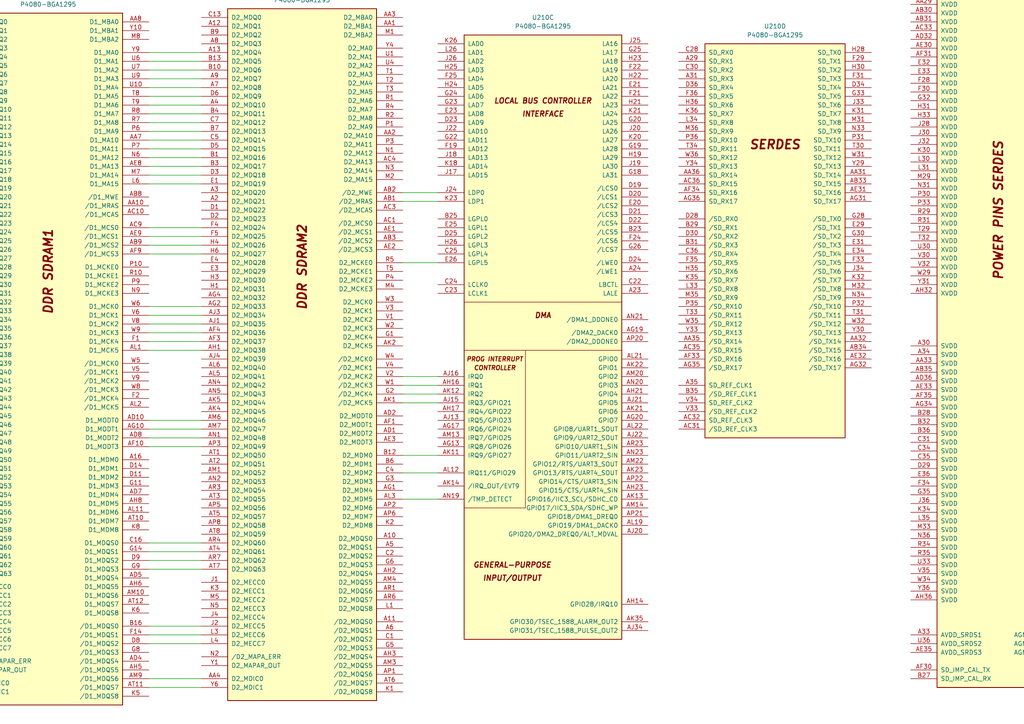
<source format=kicad_sch>
(kicad_sch (version 20250114) (generator "eeschema") (generator_version "9.0")
  (paper "A4")
  (lib_symbols
    (symbol "CPU:P4080-BGA1295" (pin_names (offset 1.016))
      (property "Reference" "U" (at 1.27 19.05 0))
      (property "Value" "P4080-BGA1295" (at 1.27 16.51 0))
      (symbol "P4080-BGA1295_1_1"
        (text "DDR SDRAM1" (at 1.27 26.67 900) (effects (font (size 2.54 2.54) (bold yes) (italic yes))))
        (pin bidirectional line (at -27.94 99.06 0) (length 7.62) (name "D1_MDQ0") (number "A17"))
        (pin bidirectional line (at -27.94 96.52 0) (length 7.62) (name "D1_MDQ1") (number "D17"))
        (pin bidirectional line (at -27.94 93.98 0) (length 7.62) (name "D1_MDQ2") (number "C14"))
        (pin bidirectional line (at -27.94 91.44 0) (length 7.62) (name "D1_MDQ3") (number "A14"))
        (pin bidirectional line (at -27.94 88.9 0) (length 7.62) (name "D1_MDQ4") (number "C17"))
        (pin bidirectional line (at -27.94 86.36 0) (length 7.62) (name "D1_MDQ5") (number "B17"))
        (pin bidirectional line (at -27.94 83.82 0) (length 7.62) (name "D1_MDQ6") (number "A15"))
        (pin bidirectional line (at -27.94 81.28 0) (length 7.62) (name "D1_MDQ7") (number "B15"))
        (pin bidirectional line (at -27.94 78.74 0) (length 7.62) (name "D1_MDQ8") (number "D15"))
        (pin bidirectional line (at -27.94 76.2 0) (length 7.62) (name "D1_MDQ9") (number "G15"))
        (pin bidirectional line (at -27.94 73.66 0) (length 7.62) (name "D1_MDQ10") (number "E12"))
        (pin bidirectional line (at -27.94 71.12 0) (length 7.62) (name "D1_MDQ11") (number "G12"))
        (pin bidirectional line (at -27.94 68.58 0) (length 7.62) (name "D1_MDQ12") (number "F16"))
        (pin bidirectional line (at -27.94 66.04 0) (length 7.62) (name "D1_MDQ13") (number "E15"))
        (pin bidirectional line (at -27.94 63.5 0) (length 7.62) (name "D1_MDQ14") (number "E13"))
        (pin bidirectional line (at -27.94 60.96 0) (length 7.62) (name "D1_MDQ15") (number "F13"))
        (pin bidirectional line (at -27.94 58.42 0) (length 7.62) (name "D1_MDQ16") (number "C8"))
        (pin bidirectional line (at -27.94 55.88 0) (length 7.62) (name "D1_MDQ17") (number "D12"))
        (pin bidirectional line (at -27.94 53.34 0) (length 7.62) (name "D1_MDQ18") (number "E9"))
        (pin bidirectional line (at -27.94 50.8 0) (length 7.62) (name "D1_MDQ19") (number "E10"))
        (pin bidirectional line (at -27.94 48.26 0) (length 7.62) (name "D1_MDQ20") (number "C11"))
        (pin bidirectional line (at -27.94 45.72 0) (length 7.62) (name "D1_MDQ21") (number "C10"))
        (pin bidirectional line (at -27.94 43.18 0) (length 7.62) (name "D1_MDQ22") (number "E6"))
        (pin bidirectional line (at -27.94 40.64 0) (length 7.62) (name "D1_MDQ23") (number "E7"))
        (pin bidirectional line (at -27.94 38.1 0) (length 7.62) (name "D1_MDQ24") (number "F7"))
        (pin bidirectional line (at -27.94 35.56 0) (length 7.62) (name "D1_MDQ25") (number "F11"))
        (pin bidirectional line (at -27.94 33.02 0) (length 7.62) (name "D1_MDQ26") (number "H10"))
        (pin bidirectional line (at -27.94 30.48 0) (length 7.62) (name "D1_MDQ27") (number "J10"))
        (pin bidirectional line (at -27.94 27.94 0) (length 7.62) (name "D1_MDQ28") (number "F10"))
        (pin bidirectional line (at -27.94 25.4 0) (length 7.62) (name "D1_MDQ29") (number "F8"))
        (pin bidirectional line (at -27.94 22.86 0) (length 7.62) (name "D1_MDQ30") (number "H7"))
        (pin bidirectional line (at -27.94 20.32 0) (length 7.62) (name "D1_MDQ31") (number "H9"))
        (pin bidirectional line (at -27.94 17.78 0) (length 7.62) (name "D1_MDQ32") (number "AC7"))
        (pin bidirectional line (at -27.94 15.24 0) (length 7.62) (name "D1_MDQ33") (number "AC6"))
        (pin bidirectional line (at -27.94 12.7 0) (length 7.62) (name "D1_MDQ34") (number "AF6"))
        (pin bidirectional line (at -27.94 10.16 0) (length 7.62) (name "D1_MDQ35") (number "AF7"))
        (pin bidirectional line (at -27.94 7.62 0) (length 7.62) (name "D1_MDQ36") (number "AB5"))
        (pin bidirectional line (at -27.94 5.08 0) (length 7.62) (name "D1_MDQ37") (number "AB6"))
        (pin bidirectional line (at -27.94 2.54 0) (length 7.62) (name "D1_MDQ38") (number "AE5"))
        (pin bidirectional line (at -27.94 0 0) (length 7.62) (name "D1_MDQ39") (number "AE6"))
        (pin bidirectional line (at -27.94 -2.54 0) (length 7.62) (name "D1_MDQ40") (number "AG5"))
        (pin bidirectional line (at -27.94 -5.08 0) (length 7.62) (name "D1_MDQ41") (number "AH9"))
        (pin bidirectional line (at -27.94 -7.62 0) (length 7.62) (name "D1_MDQ42") (number "AJ9"))
        (pin bidirectional line (at -27.94 -10.16 0) (length 7.62) (name "D1_MDQ43") (number "AJ10"))
        (pin bidirectional line (at -27.94 -12.7 0) (length 7.62) (name "D1_MDQ44") (number "AG8"))
        (pin bidirectional line (at -27.94 -15.24 0) (length 7.62) (name "D1_MDQ45") (number "AG7"))
        (pin bidirectional line (at -27.94 -17.78 0) (length 7.62) (name "D1_MDQ46") (number "AJ6"))
        (pin bidirectional line (at -27.94 -20.32 0) (length 7.62) (name "D1_MDQ47") (number "AJ7"))
        (pin bidirectional line (at -27.94 -22.86 0) (length 7.62) (name "D1_MDQ48") (number "AL9"))
        (pin bidirectional line (at -27.94 -25.4 0) (length 7.62) (name "D1_MDQ49") (number "AL8"))
        (pin bidirectional line (at -27.94 -27.94 0) (length 7.62) (name "D1_MDQ50") (number "AN10"))
        (pin bidirectional line (at -27.94 -30.48 0) (length 7.62) (name "D1_MDQ51") (number "AN11"))
        (pin bidirectional line (at -27.94 -33.02 0) (length 7.62) (name "D1_MDQ52") (number "AK8"))
        (pin bidirectional line (at -27.94 -35.56 0) (length 7.62) (name "D1_MDQ53") (number "AK7"))
        (pin bidirectional line (at -27.94 -38.1 0) (length 7.62) (name "D1_MDQ54") (number "AN7"))
        (pin bidirectional line (at -27.94 -40.64 0) (length 7.62) (name "D1_MDQ55") (number "AN8"))
        (pin bidirectional line (at -27.94 -43.18 0) (length 7.62) (name "D1_MDQ56") (number "AT9"))
        (pin bidirectional line (at -27.94 -45.72 0) (length 7.62) (name "D1_MDQ57") (number "AR10"))
        (pin bidirectional line (at -27.94 -48.26 0) (length 7.62) (name "D1_MDQ58") (number "AT13"))
        (pin bidirectional line (at -27.94 -50.8 0) (length 7.62) (name "D1_MDQ59") (number "AR13"))
        (pin bidirectional line (at -27.94 -53.34 0) (length 7.62) (name "D1_MDQ60") (number "AP9"))
        (pin bidirectional line (at -27.94 -55.88 0) (length 7.62) (name "D1_MDQ61") (number "AR9"))
        (pin bidirectional line (at -27.94 -58.42 0) (length 7.62) (name "D1_MDQ62") (number "AR12"))
        (pin bidirectional line (at -27.94 -60.96 0) (length 7.62) (name "D1_MDQ63") (number "AP12"))
        (pin bidirectional line (at -27.94 -64.77 0) (length 7.62) (name "D1_MECC0") (number "K9"))
        (pin bidirectional line (at -27.94 -67.31 0) (length 7.62) (name "D1_MECC1") (number "J5"))
        (pin bidirectional line (at -27.94 -69.85 0) (length 7.62) (name "D1_MECC2") (number "L10"))
        (pin bidirectional line (at -27.94 -72.39 0) (length 7.62) (name "D1_MECC3") (number "M10"))
        (pin bidirectional line (at -27.94 -74.93 0) (length 7.62) (name "D1_MECC4") (number "J8"))
        (pin bidirectional line (at -27.94 -77.47 0) (length 7.62) (name "D1_MECC5") (number "J7"))
        (pin bidirectional line (at -27.94 -80.01 0) (length 7.62) (name "D1_MECC6") (number "L7"))
        (pin bidirectional line (at -27.94 -82.55 0) (length 7.62) (name "D1_MECC7") (number "L9"))
        (pin input line (at -27.94 -86.36 0) (length 7.62) (name "/D1_MAPAR_ERR") (number "N8"))
        (pin output line (at -27.94 -88.9 0) (length 7.62) (name "D1_MAPAR_OUT") (number "Y7"))
        (pin bidirectional line (at -27.94 -92.71 0) (length 7.62) (name "D1_MDIC0") (number "T6"))
        (pin bidirectional line (at -27.94 -95.25 0) (length 7.62) (name "D1_MDIC1") (number "AA5"))
        (pin output line (at 30.48 99.06 180) (length 7.62) (name "D1_MBA0") (number "AA8"))
        (pin output line (at 30.48 96.52 180) (length 7.62) (name "D1_MBA1") (number "Y10"))
        (pin output line (at 30.48 93.98 180) (length 7.62) (name "D1_MBA2") (number "M8"))
        (pin output line (at 30.48 90.17 180) (length 7.62) (name "D1_MA0") (number "Y9"))
        (pin output line (at 30.48 87.63 180) (length 7.62) (name "D1_MA1") (number "U6"))
        (pin output line (at 30.48 85.09 180) (length 7.62) (name "D1_MA2") (number "U7"))
        (pin output line (at 30.48 82.55 180) (length 7.62) (name "D1_MA3") (number "U9"))
        (pin output line (at 30.48 80.01 180) (length 7.62) (name "D1_MA4") (number "U10"))
        (pin output line (at 30.48 77.47 180) (length 7.62) (name "D1_MA5") (number "T8"))
        (pin output line (at 30.48 74.93 180) (length 7.62) (name "D1_MA6") (number "T9"))
        (pin output line (at 30.48 72.39 180) (length 7.62) (name "D1_MA7") (number "R8"))
        (pin output line (at 30.48 69.85 180) (length 7.62) (name "D1_MA8") (number "R7"))
        (pin output line (at 30.48 67.31 180) (length 7.62) (name "D1_MA9") (number "P6"))
        (pin output line (at 30.48 64.77 180) (length 7.62) (name "D1_MA10") (number "AA7"))
        (pin output line (at 30.48 62.23 180) (length 7.62) (name "D1_MA11") (number "P7"))
        (pin output line (at 30.48 59.69 180) (length 7.62) (name "D1_MA12") (number "N6"))
        (pin output line (at 30.48 57.15 180) (length 7.62) (name "D1_MA13") (number "AE8"))
        (pin output line (at 30.48 54.61 180) (length 7.62) (name "D1_MA14") (number "M7"))
        (pin output line (at 30.48 52.07 180) (length 7.62) (name "D1_MA15") (number "L6"))
        (pin output line (at 30.48 48.26 180) (length 7.62) (name "/D1_MWE") (number "AB8"))
        (pin output line (at 30.48 45.72 180) (length 7.62) (name "/D1_MRAS") (number "AA10"))
        (pin output line (at 30.48 43.18 180) (length 7.62) (name "/D1_MCAS") (number "AC10"))
        (pin output line (at 30.48 39.37 180) (length 7.62) (name "/D1_MCS0") (number "AC9"))
        (pin output line (at 30.48 36.83 180) (length 7.62) (name "/D1_MCS1") (number "AE9"))
        (pin output line (at 30.48 34.29 180) (length 7.62) (name "/D1_MCS2") (number "AB9"))
        (pin output line (at 30.48 31.75 180) (length 7.62) (name "/D1_MCS3") (number "AF9"))
        (pin output line (at 30.48 27.94 180) (length 7.62) (name "D1_MCKE0") (number "P10"))
        (pin output line (at 30.48 25.4 180) (length 7.62) (name "D1_MCKE1") (number "R10"))
        (pin output line (at 30.48 22.86 180) (length 7.62) (name "D1_MCKE2") (number "P9"))
        (pin output line (at 30.48 20.32 180) (length 7.62) (name "D1_MCKE3") (number "N9"))
        (pin output line (at 30.48 16.51 180) (length 7.62) (name "D1_MCK0") (number "W6"))
        (pin output line (at 30.48 13.97 180) (length 7.62) (name "D1_MCK1") (number "V6"))
        (pin output line (at 30.48 11.43 180) (length 7.62) (name "D1_MCK2") (number "V8"))
        (pin output line (at 30.48 8.89 180) (length 7.62) (name "D1_MCK3") (number "W9"))
        (pin output line (at 30.48 6.35 180) (length 7.62) (name "D1_MCK4") (number "F1"))
        (pin output line (at 30.48 3.81 180) (length 7.62) (name "D1_MCK5") (number "AL1"))
        (pin output line (at 30.48 0 180) (length 7.62) (name "/D1_MCK0") (number "W5"))
        (pin output line (at 30.48 -2.54 180) (length 7.62) (name "/D1_MCK1") (number "V5"))
        (pin output line (at 30.48 -5.08 180) (length 7.62) (name "/D1_MCK2") (number "V9"))
        (pin output line (at 30.48 -7.62 180) (length 7.62) (name "/D1_MCK3") (number "W8"))
        (pin output line (at 30.48 -10.16 180) (length 7.62) (name "/D1_MCK4") (number "F2"))
        (pin output line (at 30.48 -12.7 180) (length 7.62) (name "/D1_MCK5") (number "AL2"))
        (pin output line (at 30.48 -16.51 180) (length 7.62) (name "D1_MODT0") (number "AD10"))
        (pin output line (at 30.48 -19.05 180) (length 7.62) (name "D1_MODT1") (number "AG10"))
        (pin output line (at 30.48 -21.59 180) (length 7.62) (name "D1_MODT2") (number "AD8"))
        (pin output line (at 30.48 -24.13 180) (length 7.62) (name "D1_MODT3") (number "AF10"))
        (pin output line (at 30.48 -27.94 180) (length 7.62) (name "D1_MDM0") (number "A16"))
        (pin output line (at 30.48 -30.48 180) (length 7.62) (name "D1_MDM1") (number "D14"))
        (pin output line (at 30.48 -33.02 180) (length 7.62) (name "D1_MDM2") (number "D11"))
        (pin output line (at 30.48 -35.56 180) (length 7.62) (name "D1_MDM3") (number "G11"))
        (pin output line (at 30.48 -38.1 180) (length 7.62) (name "D1_MDM4") (number "AD7"))
        (pin output line (at 30.48 -40.64 180) (length 7.62) (name "D1_MDM5") (number "AH8"))
        (pin output line (at 30.48 -43.18 180) (length 7.62) (name "D1_MDM6") (number "AL11"))
        (pin output line (at 30.48 -45.72 180) (length 7.62) (name "D1_MDM7") (number "AT10"))
        (pin output line (at 30.48 -48.26 180) (length 7.62) (name "D1_MDM8") (number "K8"))
        (pin bidirectional line (at 30.48 -52.07 180) (length 7.62) (name "D1_MDQS0") (number "C16"))
        (pin bidirectional line (at 30.48 -54.61 180) (length 7.62) (name "D1_MDQS1") (number "G14"))
        (pin bidirectional line (at 30.48 -57.15 180) (length 7.62) (name "D1_MDQS2") (number "D9"))
        (pin bidirectional line (at 30.48 -59.69 180) (length 7.62) (name "D1_MDQS3") (number "G9"))
        (pin bidirectional line (at 30.48 -62.23 180) (length 7.62) (name "D1_MDQS4") (number "AD5"))
        (pin bidirectional line (at 30.48 -64.77 180) (length 7.62) (name "D1_MDQS5") (number "AH6"))
        (pin bidirectional line (at 30.48 -67.31 180) (length 7.62) (name "D1_MDQS6") (number "AM10"))
        (pin bidirectional line (at 30.48 -69.85 180) (length 7.62) (name "D1_MDQS7") (number "AT12"))
        (pin bidirectional line (at 30.48 -72.39 180) (length 7.62) (name "D1_MDQS8") (number "K6"))
        (pin bidirectional line (at 30.48 -76.2 180) (length 7.62) (name "/D1_MDQS0") (number "B16"))
        (pin bidirectional line (at 30.48 -78.74 180) (length 7.62) (name "/D1_MDQS1") (number "F14"))
        (pin bidirectional line (at 30.48 -81.28 180) (length 7.62) (name "/D1_MDQS2") (number "D8"))
        (pin bidirectional line (at 30.48 -83.82 180) (length 7.62) (name "/D1_MDQS3") (number "G8"))
        (pin bidirectional line (at 30.48 -86.36 180) (length 7.62) (name "/D1_MDQS4") (number "AD4"))
        (pin bidirectional line (at 30.48 -88.9 180) (length 7.62) (name "/D1_MDQS5") (number "AH5"))
        (pin bidirectional line (at 30.48 -91.44 180) (length 7.62) (name "/D1_MDQS6") (number "AM9"))
        (pin bidirectional line (at 30.48 -93.98 180) (length 7.62) (name "/D1_MDQS7") (number "AT11"))
        (pin bidirectional line (at 30.48 -96.52 180) (length 7.62) (name "/D1_MDQS8") (number "K5"))
      )
      (symbol "P4080-BGA1295_2_1"
        (text "DDR SDRAM2" (at 1.27 26.67 900) (effects (font (size 2.54 2.54) (bold yes) (italic yes))))
        (pin bidirectional line (at -27.94 99.06 0) (length 7.62) (name "D2_MDQ0") (number "C13"))
        (pin bidirectional line (at -27.94 96.52 0) (length 7.62) (name "D2_MDQ1") (number "A12"))
        (pin bidirectional line (at -27.94 93.98 0) (length 7.62) (name "D2_MDQ2") (number "B9"))
        (pin bidirectional line (at -27.94 91.44 0) (length 7.62) (name "D2_MDQ3") (number "A8"))
        (pin bidirectional line (at -27.94 88.9 0) (length 7.62) (name "D2_MDQ4") (number "A13"))
        (pin bidirectional line (at -27.94 86.36 0) (length 7.62) (name "D2_MDQ5") (number "B13"))
        (pin bidirectional line (at -27.94 83.82 0) (length 7.62) (name "D2_MDQ6") (number "B10"))
        (pin bidirectional line (at -27.94 81.28 0) (length 7.62) (name "D2_MDQ7") (number "A9"))
        (pin bidirectional line (at -27.94 78.74 0) (length 7.62) (name "D2_MDQ8") (number "A7"))
        (pin bidirectional line (at -27.94 76.2 0) (length 7.62) (name "D2_MDQ9") (number "D6"))
        (pin bidirectional line (at -27.94 73.66 0) (length 7.62) (name "D2_MDQ10") (number "A4"))
        (pin bidirectional line (at -27.94 71.12 0) (length 7.62) (name "D2_MDQ11") (number "B4"))
        (pin bidirectional line (at -27.94 68.58 0) (length 7.62) (name "D2_MDQ12") (number "C7"))
        (pin bidirectional line (at -27.94 66.04 0) (length 7.62) (name "D2_MDQ13") (number "B7"))
        (pin bidirectional line (at -27.94 63.5 0) (length 7.62) (name "D2_MDQ14") (number "C5"))
        (pin bidirectional line (at -27.94 60.96 0) (length 7.62) (name "D2_MDQ15") (number "D5"))
        (pin bidirectional line (at -27.94 58.42 0) (length 7.62) (name "D2_MDQ16") (number "B1"))
        (pin bidirectional line (at -27.94 55.88 0) (length 7.62) (name "D2_MDQ17") (number "B3"))
        (pin bidirectional line (at -27.94 53.34 0) (length 7.62) (name "D2_MDQ18") (number "D3"))
        (pin bidirectional line (at -27.94 50.8 0) (length 7.62) (name "D2_MDQ19") (number "E1"))
        (pin bidirectional line (at -27.94 48.26 0) (length 7.62) (name "D2_MDQ20") (number "A3"))
        (pin bidirectional line (at -27.94 45.72 0) (length 7.62) (name "D2_MDQ21") (number "A2"))
        (pin bidirectional line (at -27.94 43.18 0) (length 7.62) (name "D2_MDQ22") (number "D1"))
        (pin bidirectional line (at -27.94 40.64 0) (length 7.62) (name "D2_MDQ23") (number "D2"))
        (pin bidirectional line (at -27.94 38.1 0) (length 7.62) (name "D2_MDQ24") (number "F4"))
        (pin bidirectional line (at -27.94 35.56 0) (length 7.62) (name "D2_MDQ25") (number "F5"))
        (pin bidirectional line (at -27.94 33.02 0) (length 7.62) (name "D2_MDQ26") (number "H4"))
        (pin bidirectional line (at -27.94 30.48 0) (length 7.62) (name "D2_MDQ27") (number "H6"))
        (pin bidirectional line (at -27.94 27.94 0) (length 7.62) (name "D2_MDQ28") (number "E4"))
        (pin bidirectional line (at -27.94 25.4 0) (length 7.62) (name "D2_MDQ29") (number "E3"))
        (pin bidirectional line (at -27.94 22.86 0) (length 7.62) (name "D2_MDQ30") (number "H3"))
        (pin bidirectional line (at -27.94 20.32 0) (length 7.62) (name "D2_MDQ31") (number "H1"))
        (pin bidirectional line (at -27.94 17.78 0) (length 7.62) (name "D2_MDQ32") (number "AG4"))
        (pin bidirectional line (at -27.94 15.24 0) (length 7.62) (name "D2_MDQ33") (number "AG2"))
        (pin bidirectional line (at -27.94 12.7 0) (length 7.62) (name "D2_MDQ34") (number "AJ3"))
        (pin bidirectional line (at -27.94 10.16 0) (length 7.62) (name "D2_MDQ35") (number "AJ1"))
        (pin bidirectional line (at -27.94 7.62 0) (length 7.62) (name "D2_MDQ36") (number "AF4"))
        (pin bidirectional line (at -27.94 5.08 0) (length 7.62) (name "D2_MDQ37") (number "AF3"))
        (pin bidirectional line (at -27.94 2.54 0) (length 7.62) (name "D2_MDQ38") (number "AH1"))
        (pin bidirectional line (at -27.94 0 0) (length 7.62) (name "D2_MDQ39") (number "AJ4"))
        (pin bidirectional line (at -27.94 -2.54 0) (length 7.62) (name "D2_MDQ40") (number "AL6"))
        (pin bidirectional line (at -27.94 -5.08 0) (length 7.62) (name "D2_MDQ41") (number "AL5"))
        (pin bidirectional line (at -27.94 -7.62 0) (length 7.62) (name "D2_MDQ42") (number "AN4"))
        (pin bidirectional line (at -27.94 -10.16 0) (length 7.62) (name "D2_MDQ43") (number "AN5"))
        (pin bidirectional line (at -27.94 -12.7 0) (length 7.62) (name "D2_MDQ44") (number "AK5"))
        (pin bidirectional line (at -27.94 -15.24 0) (length 7.62) (name "D2_MDQ45") (number "AK4"))
        (pin bidirectional line (at -27.94 -17.78 0) (length 7.62) (name "D2_MDQ46") (number "AM6"))
        (pin bidirectional line (at -27.94 -20.32 0) (length 7.62) (name "D2_MDQ47") (number "AM7"))
        (pin bidirectional line (at -27.94 -22.86 0) (length 7.62) (name "D2_MDQ48") (number "AN1"))
        (pin bidirectional line (at -27.94 -25.4 0) (length 7.62) (name "D2_MDQ49") (number "AP3"))
        (pin bidirectional line (at -27.94 -27.94 0) (length 7.62) (name "D2_MDQ50") (number "AT1"))
        (pin bidirectional line (at -27.94 -30.48 0) (length 7.62) (name "D2_MDQ51") (number "AT2"))
        (pin bidirectional line (at -27.94 -33.02 0) (length 7.62) (name "D2_MDQ52") (number "AM1"))
        (pin bidirectional line (at -27.94 -35.56 0) (length 7.62) (name "D2_MDQ53") (number "AN2"))
        (pin bidirectional line (at -27.94 -38.1 0) (length 7.62) (name "D2_MDQ54") (number "AR3"))
        (pin bidirectional line (at -27.94 -40.64 0) (length 7.62) (name "D2_MDQ55") (number "AT3"))
        (pin bidirectional line (at -27.94 -43.18 0) (length 7.62) (name "D2_MDQ56") (number "AP5"))
        (pin bidirectional line (at -27.94 -45.72 0) (length 7.62) (name "D2_MDQ57") (number "AT5"))
        (pin bidirectional line (at -27.94 -48.26 0) (length 7.62) (name "D2_MDQ58") (number "AP8"))
        (pin bidirectional line (at -27.94 -50.8 0) (length 7.62) (name "D2_MDQ59") (number "AT8"))
        (pin bidirectional line (at -27.94 -53.34 0) (length 7.62) (name "D2_MDQ60") (number "AR4"))
        (pin bidirectional line (at -27.94 -55.88 0) (length 7.62) (name "D2_MDQ61") (number "AT4"))
        (pin bidirectional line (at -27.94 -58.42 0) (length 7.62) (name "D2_MDQ62") (number "AR7"))
        (pin bidirectional line (at -27.94 -60.96 0) (length 7.62) (name "D2_MDQ63") (number "AT7"))
        (pin bidirectional line (at -27.94 -64.77 0) (length 7.62) (name "D2_MECC0") (number "J1"))
        (pin bidirectional line (at -27.94 -67.31 0) (length 7.62) (name "D2_MECC1") (number "K3"))
        (pin bidirectional line (at -27.94 -69.85 0) (length 7.62) (name "D2_MECC2") (number "M5"))
        (pin bidirectional line (at -27.94 -72.39 0) (length 7.62) (name "D2_MECC3") (number "N5"))
        (pin bidirectional line (at -27.94 -74.93 0) (length 7.62) (name "D2_MECC4") (number "J4"))
        (pin bidirectional line (at -27.94 -77.47 0) (length 7.62) (name "D2_MECC5") (number "J2"))
        (pin bidirectional line (at -27.94 -80.01 0) (length 7.62) (name "D2_MECC6") (number "L3"))
        (pin bidirectional line (at -27.94 -82.55 0) (length 7.62) (name "D2_MECC7") (number "L4"))
        (pin input line (at -27.94 -86.36 0) (length 7.62) (name "/D2_MAPA_ERR") (number "N2"))
        (pin output line (at -27.94 -88.9 0) (length 7.62) (name "D2_MAPAR_OUT") (number "Y1"))
        (pin bidirectional line (at -27.94 -92.71 0) (length 7.62) (name "D2_MDIC0") (number "AA4"))
        (pin bidirectional line (at -27.94 -95.25 0) (length 7.62) (name "D2_MDIC1") (number "Y6"))
        (pin output line (at 30.48 99.06 180) (length 7.62) (name "D2_MBA0") (number "AA3"))
        (pin output line (at 30.48 96.52 180) (length 7.62) (name "D2_MBA1") (number "AA1"))
        (pin output line (at 30.48 93.98 180) (length 7.62) (name "D2_MBA2") (number "M1"))
        (pin output line (at 30.48 90.17 180) (length 7.62) (name "D2_MA0") (number "Y4"))
        (pin output line (at 30.48 87.63 180) (length 7.62) (name "D2_MA1") (number "U1"))
        (pin output line (at 30.48 85.09 180) (length 7.62) (name "D2_MA2") (number "U4"))
        (pin output line (at 30.48 82.55 180) (length 7.62) (name "D2_MA3") (number "T1"))
        (pin output line (at 30.48 80.01 180) (length 7.62) (name "D2_MA4") (number "T2"))
        (pin output line (at 30.48 77.47 180) (length 7.62) (name "D2_MA5") (number "T3"))
        (pin output line (at 30.48 74.93 180) (length 7.62) (name "D2_MA6") (number "R1"))
        (pin output line (at 30.48 72.39 180) (length 7.62) (name "D2_MA7") (number "R4"))
        (pin output line (at 30.48 69.85 180) (length 7.62) (name "D2_MA8") (number "R2"))
        (pin output line (at 30.48 67.31 180) (length 7.62) (name "D2_MA9") (number "P1"))
        (pin output line (at 30.48 64.77 180) (length 7.62) (name "D2_MA10") (number "AA2"))
        (pin output line (at 30.48 62.23 180) (length 7.62) (name "D2_MA11") (number "P3"))
        (pin output line (at 30.48 59.69 180) (length 7.62) (name "D2_MA12") (number "N1"))
        (pin output line (at 30.48 57.15 180) (length 7.62) (name "D2_MA13") (number "AC4"))
        (pin output line (at 30.48 54.61 180) (length 7.62) (name "D2_MA14") (number "N3"))
        (pin output line (at 30.48 52.07 180) (length 7.62) (name "D2_MA15") (number "M2"))
        (pin output line (at 30.48 48.26 180) (length 7.62) (name "/D2_MWE") (number "AB2"))
        (pin output line (at 30.48 45.72 180) (length 7.62) (name "/D2_MRAS") (number "AB1"))
        (pin output line (at 30.48 43.18 180) (length 7.62) (name "/D2_MCAS") (number "AC3"))
        (pin output line (at 30.48 39.37 180) (length 7.62) (name "/D2_MCS0") (number "AC1"))
        (pin output line (at 30.48 36.83 180) (length 7.62) (name "/D2_MCS1") (number "AE1"))
        (pin output line (at 30.48 34.29 180) (length 7.62) (name "/D2_MCS2") (number "AB3"))
        (pin output line (at 30.48 31.75 180) (length 7.62) (name "/D2_MCS3") (number "AE2"))
        (pin output line (at 30.48 27.94 180) (length 7.62) (name "D2_MCKE0") (number "R5"))
        (pin output line (at 30.48 25.4 180) (length 7.62) (name "D2_MCKE1") (number "T5"))
        (pin output line (at 30.48 22.86 180) (length 7.62) (name "D2_MCKE2") (number "P4"))
        (pin output line (at 30.48 20.32 180) (length 7.62) (name "D2_MCKE3") (number "M4"))
        (pin output line (at 30.48 16.51 180) (length 7.62) (name "D2_MCK0") (number "W3"))
        (pin output line (at 30.48 13.97 180) (length 7.62) (name "D2_MCK1") (number "V3"))
        (pin output line (at 30.48 11.43 180) (length 7.62) (name "D2_MCK2") (number "V1"))
        (pin output line (at 30.48 8.89 180) (length 7.62) (name "D2_MCK3") (number "W2"))
        (pin output line (at 30.48 6.35 180) (length 7.62) (name "D2_MCK4") (number "G1"))
        (pin output line (at 30.48 3.81 180) (length 7.62) (name "D2_MCK5") (number "AK2"))
        (pin output line (at 30.48 0 180) (length 7.62) (name "/D2_MCK0") (number "W4"))
        (pin output line (at 30.48 -2.54 180) (length 7.62) (name "/D2_MCK1") (number "V4"))
        (pin output line (at 30.48 -5.08 180) (length 7.62) (name "/D2_MCK2") (number "V2"))
        (pin output line (at 30.48 -7.62 180) (length 7.62) (name "/D2_MCK3") (number "W1"))
        (pin output line (at 30.48 -10.16 180) (length 7.62) (name "/D2_MCK4") (number "G2"))
        (pin output line (at 30.48 -12.7 180) (length 7.62) (name "/D2_MCK5") (number "AK1"))
        (pin output line (at 30.48 -16.51 180) (length 7.62) (name "D2_MODT0") (number "AD2"))
        (pin output line (at 30.48 -19.05 180) (length 7.62) (name "D2_MODT1") (number "AF1"))
        (pin output line (at 30.48 -21.59 180) (length 7.62) (name "D2_MODT2") (number "AD1"))
        (pin output line (at 30.48 -24.13 180) (length 7.62) (name "D2_MODT3") (number "AE3"))
        (pin output line (at 30.48 -27.94 180) (length 7.62) (name "D2_MDM0") (number "B12"))
        (pin output line (at 30.48 -30.48 180) (length 7.62) (name "D2_MDM1") (number "B6"))
        (pin output line (at 30.48 -33.02 180) (length 7.62) (name "D2_MDM2") (number "C4"))
        (pin output line (at 30.48 -35.56 180) (length 7.62) (name "D2_MDM3") (number "G3"))
        (pin output line (at 30.48 -38.1 180) (length 7.62) (name "D2_MDM4") (number "AG1"))
        (pin output line (at 30.48 -40.64 180) (length 7.62) (name "D2_MDM5") (number "AL3"))
        (pin output line (at 30.48 -43.18 180) (length 7.62) (name "D2_MDM6") (number "AP2"))
        (pin output line (at 30.48 -45.72 180) (length 7.62) (name "D2_MDM7") (number "AP6"))
        (pin output line (at 30.48 -48.26 180) (length 7.62) (name "D2_MDM8") (number "K2"))
        (pin bidirectional line (at 30.48 -52.07 180) (length 7.62) (name "D2_MDQS0") (number "A10"))
        (pin bidirectional line (at 30.48 -54.61 180) (length 7.62) (name "D2_MDQS1") (number "A5"))
        (pin bidirectional line (at 30.48 -57.15 180) (length 7.62) (name "D2_MDQS2") (number "C2"))
        (pin bidirectional line (at 30.48 -59.69 180) (length 7.62) (name "D2_MDQS3") (number "G6"))
        (pin bidirectional line (at 30.48 -62.23 180) (length 7.62) (name "D2_MDQS4") (number "AH2"))
        (pin bidirectional line (at 30.48 -64.77 180) (length 7.62) (name "D2_MDQS5") (number "AM4"))
        (pin bidirectional line (at 30.48 -67.31 180) (length 7.62) (name "D2_MDQS6") (number "AR1"))
        (pin bidirectional line (at 30.48 -69.85 180) (length 7.62) (name "D2_MDQS7") (number "AR6"))
        (pin bidirectional line (at 30.48 -72.39 180) (length 7.62) (name "D2_MDQS8") (number "L1"))
        (pin bidirectional line (at 30.48 -76.2 180) (length 7.62) (name "/D2_MDQS0") (number "A11"))
        (pin bidirectional line (at 30.48 -78.74 180) (length 7.62) (name "/D2_MDQS1") (number "A6"))
        (pin bidirectional line (at 30.48 -81.28 180) (length 7.62) (name "/D2_MDQS2") (number "C1"))
        (pin bidirectional line (at 30.48 -83.82 180) (length 7.62) (name "/D2_MDQS3") (number "G5"))
        (pin bidirectional line (at 30.48 -86.36 180) (length 7.62) (name "/D2_MDQS4") (number "AH3"))
        (pin bidirectional line (at 30.48 -88.9 180) (length 7.62) (name "/D2_MDQS5") (number "AM3"))
        (pin bidirectional line (at 30.48 -91.44 180) (length 7.62) (name "/D2_MDQS6") (number "AP1"))
        (pin bidirectional line (at 30.48 -93.98 180) (length 7.62) (name "/D2_MDQS7") (number "AT6"))
        (pin bidirectional line (at 30.48 -96.52 180) (length 7.62) (name "/D2_MDQS8") (number "K1"))
      )
      (symbol "P4080-BGA1295_3_1"
        (text "PROG INTERRUPT" (at -13.97 -5.08 0) (effects (font (size 1.27 1.27) (bold yes) (italic yes))))
        (text "CONTROLLER" (at -13.97 -7.62 0) (effects (font (size 1.27 1.27) (bold yes) (italic yes))))
        (text "GENERAL-PURPOSE" (at -8.89 -64.77 0) (effects (font (size 1.524 1.524) (bold yes) (italic yes))))
        (text "INPUT/OUTPUT" (at -8.89 -68.58 0) (effects (font (size 1.524 1.524) (bold yes) (italic yes))))
        (text "LOCAL BUS CONTROLLER" (at 0 69.85 0) (effects (font (size 1.524 1.524) (bold yes) (italic yes))))
        (text "INTERFACE" (at 0 66.04 0) (effects (font (size 1.524 1.524) (bold yes) (italic yes))))
        (text "DMA" (at 0 7.62 0) (effects (font (size 1.524 1.524) (bold yes) (italic yes))))
        (pin bidirectional line (at -30.48 86.36 0) (length 7.62) (name "LAD0") (number "K26"))
        (pin bidirectional line (at -30.48 83.82 0) (length 7.62) (name "LAD1") (number "L26"))
        (pin bidirectional line (at -30.48 81.28 0) (length 7.62) (name "LAD2") (number "J26"))
        (pin bidirectional line (at -30.48 78.74 0) (length 7.62) (name "LAD3") (number "H25"))
        (pin bidirectional line (at -30.48 76.2 0) (length 7.62) (name "LAD4") (number "F25"))
        (pin bidirectional line (at -30.48 73.66 0) (length 7.62) (name "LAD5") (number "H24"))
        (pin bidirectional line (at -30.48 71.12 0) (length 7.62) (name "LAD6") (number "G24"))
        (pin bidirectional line (at -30.48 68.58 0) (length 7.62) (name "LAD7") (number "G23"))
        (pin bidirectional line (at -30.48 66.04 0) (length 7.62) (name "LAD8") (number "E23"))
        (pin bidirectional line (at -30.48 63.5 0) (length 7.62) (name "LAD9") (number "D23"))
        (pin bidirectional line (at -30.48 60.96 0) (length 7.62) (name "LAD10") (number "J22"))
        (pin bidirectional line (at -30.48 58.42 0) (length 7.62) (name "LAD11") (number "G22"))
        (pin bidirectional line (at -30.48 55.88 0) (length 7.62) (name "LAD12") (number "F19"))
        (pin bidirectional line (at -30.48 53.34 0) (length 7.62) (name "LAD13") (number "J18"))
        (pin bidirectional line (at -30.48 50.8 0) (length 7.62) (name "LAD14") (number "K18"))
        (pin bidirectional line (at -30.48 48.26 0) (length 7.62) (name "LAD15") (number "J17"))
        (pin bidirectional line (at -30.48 43.18 0) (length 7.62) (name "LDP0") (number "J24"))
        (pin bidirectional line (at -30.48 40.64 0) (length 7.62) (name "LDP1") (number "K23"))
        (pin output line (at -30.48 35.56 0) (length 7.62) (name "LGPL0") (number "B25"))
        (pin output line (at -30.48 33.02 0) (length 7.62) (name "LGPL1") (number "E25"))
        (pin output line (at -30.48 30.48 0) (length 7.62) (name "LGPL2") (number "D25"))
        (pin output line (at -30.48 27.94 0) (length 7.62) (name "LGPL3") (number "H26"))
        (pin bidirectional line (at -30.48 25.4 0) (length 7.62) (name "LGPL4") (number "C25"))
        (pin output line (at -30.48 22.86 0) (length 7.62) (name "LGPL5") (number "E26"))
        (pin output line (at -30.48 16.51 0) (length 7.62) (name "LCLK0") (number "C24"))
        (pin output line (at -30.48 13.97 0) (length 7.62) (name "LCLK1") (number "C23"))
        (pin input line (at -30.48 -10.16 0) (length 7.62) (name "IRQ0") (number "AJ16"))
        (pin input line (at -30.48 -12.7 0) (length 7.62) (name "IRQ1") (number "AH16"))
        (pin input line (at -30.48 -15.24 0) (length 7.62) (name "IRQ2") (number "AK12"))
        (pin input line (at -30.48 -17.78 0) (length 7.62) (name "IRQ3/GPIO21") (number "AJ15"))
        (pin input line (at -30.48 -20.32 0) (length 7.62) (name "IRQ4/GPIO22") (number "AH17"))
        (pin input line (at -30.48 -22.86 0) (length 7.62) (name "IRQ5/GPIO23") (number "AJ13"))
        (pin input line (at -30.48 -25.4 0) (length 7.62) (name "IRQ6/GPIO24") (number "AG17"))
        (pin input line (at -30.48 -27.94 0) (length 7.62) (name "IRQ7/GPIO25") (number "AM13"))
        (pin input line (at -30.48 -30.48 0) (length 7.62) (name "IRQ8/GPIO26") (number "AG13"))
        (pin input line (at -30.48 -33.02 0) (length 7.62) (name "IRQ9/GPIO27") (number "AK11"))
        (pin input line (at -30.48 -38.1 0) (length 7.62) (name "IRQ11/GPIO29") (number "AL12"))
        (pin output line (at -30.48 -41.91 0) (length 7.62) (name "/IRQ_OUT/EVT9") (number "AK14"))
        (pin input line (at -30.48 -45.72 0) (length 7.62) (name "/TMP_DETECT") (number "AN19"))
        (pin output line (at 30.48 86.36 180) (length 7.62) (name "LA16") (number "J25"))
        (pin output line (at 30.48 83.82 180) (length 7.62) (name "LA17") (number "G25"))
        (pin output line (at 30.48 81.28 180) (length 7.62) (name "LA18") (number "H23"))
        (pin output line (at 30.48 78.74 180) (length 7.62) (name "LA19") (number "F22"))
        (pin output line (at 30.48 76.2 180) (length 7.62) (name "LA20") (number "H22"))
        (pin output line (at 30.48 73.66 180) (length 7.62) (name "LA21") (number "E21"))
        (pin output line (at 30.48 71.12 180) (length 7.62) (name "LA22") (number "F21"))
        (pin output line (at 30.48 68.58 180) (length 7.62) (name "LA23") (number "H21"))
        (pin output line (at 30.48 66.04 180) (length 7.62) (name "LA24") (number "K21"))
        (pin output line (at 30.48 63.5 180) (length 7.62) (name "LA25") (number "G20"))
        (pin output line (at 30.48 60.96 180) (length 7.62) (name "LA26") (number "J20"))
        (pin output line (at 30.48 58.42 180) (length 7.62) (name "LA27") (number "K20"))
        (pin output line (at 30.48 55.88 180) (length 7.62) (name "LA28") (number "G19"))
        (pin output line (at 30.48 53.34 180) (length 7.62) (name "LA29") (number "H19"))
        (pin output line (at 30.48 50.8 180) (length 7.62) (name "LA30") (number "J19"))
        (pin output line (at 30.48 48.26 180) (length 7.62) (name "LA31") (number "G18"))
        (pin output line (at 30.48 44.45 180) (length 7.62) (name "/LCS0") (number "D19"))
        (pin output line (at 30.48 41.91 180) (length 7.62) (name "/LCS1") (number "D20"))
        (pin output line (at 30.48 39.37 180) (length 7.62) (name "/LCS2") (number "E20"))
        (pin output line (at 30.48 36.83 180) (length 7.62) (name "/LCS3") (number "D21"))
        (pin output line (at 30.48 34.29 180) (length 7.62) (name "/LCS4") (number "D22"))
        (pin output line (at 30.48 31.75 180) (length 7.62) (name "/LCS5") (number "B23"))
        (pin output line (at 30.48 29.21 180) (length 7.62) (name "/LCS6") (number "F24"))
        (pin output line (at 30.48 26.67 180) (length 7.62) (name "/LCS7") (number "G26"))
        (pin output line (at 30.48 22.86 180) (length 7.62) (name "/LWE0") (number "D24"))
        (pin output line (at 30.48 20.32 180) (length 7.62) (name "/LWE1") (number "A24"))
        (pin output line (at 30.48 16.51 180) (length 7.62) (name "LBCTL") (number "C22"))
        (pin bidirectional line (at 30.48 13.97 180) (length 7.62) (name "LALE") (number "A23"))
        (pin output line (at 30.48 6.35 180) (length 7.62) (name "/DMA1_DDONE0") (number "AN21"))
        (pin output line (at 30.48 2.54 180) (length 7.62) (name "/DMA2_DACK0") (number "AG19"))
        (pin output line (at 30.48 0 180) (length 7.62) (name "/DMA2_DDONE0") (number "AP20"))
        (pin bidirectional line (at 30.48 -5.08 180) (length 7.62) (name "GPIO0") (number "AL21"))
        (pin bidirectional line (at 30.48 -7.62 180) (length 7.62) (name "GPIO1") (number "AK22"))
        (pin bidirectional line (at 30.48 -10.16 180) (length 7.62) (name "GPIO2") (number "AM20"))
        (pin bidirectional line (at 30.48 -12.7 180) (length 7.62) (name "GPIO3") (number "AN20"))
        (pin bidirectional line (at 30.48 -15.24 180) (length 7.62) (name "GPIO4") (number "AH21"))
        (pin bidirectional line (at 30.48 -17.78 180) (length 7.62) (name "GPIO5") (number "AJ21"))
        (pin bidirectional line (at 30.48 -20.32 180) (length 7.62) (name "GPIO6") (number "AK21"))
        (pin bidirectional line (at 30.48 -22.86 180) (length 7.62) (name "GPIO7") (number "AG20"))
        (pin bidirectional line (at 30.48 -25.4 180) (length 7.62) (name "GPIO8/UART1_SOUT") (number "AL22"))
        (pin bidirectional line (at 30.48 -27.94 180) (length 7.62) (name "GPIO9/UART2_SOUT") (number "AJ22"))
        (pin bidirectional line (at 30.48 -30.48 180) (length 7.62) (name "GPIO10/UART1_SIN") (number "AR23"))
        (pin bidirectional line (at 30.48 -33.02 180) (length 7.62) (name "GPIO11/UART2_SIN") (number "AN23"))
        (pin bidirectional line (at 30.48 -35.56 180) (length 7.62) (name "GPIO12/RTS/UART3_SOUT") (number "AM22"))
        (pin bidirectional line (at 30.48 -38.1 180) (length 7.62) (name "GPIO13/RTS/UART4_SOUT") (number "AK23"))
        (pin bidirectional line (at 30.48 -40.64 180) (length 7.62) (name "GPIO14/CTS/UART3_SIN") (number "AP22"))
        (pin bidirectional line (at 30.48 -43.18 180) (length 7.62) (name "GPIO15/CTS/UART4_SIN") (number "AH23"))
        (pin bidirectional line (at 30.48 -45.72 180) (length 7.62) (name "GPIO16/IIC3_SCL/SDHC_CD") (number "AK13"))
        (pin bidirectional line (at 30.48 -48.26 180) (length 7.62) (name "GPIO17/IIC3_SDA/SDHC_WP") (number "AM14"))
        (pin bidirectional line (at 30.48 -50.8 180) (length 7.62) (name "GPIO18/DMA1_DREQ0") (number "AP21"))
        (pin bidirectional line (at 30.48 -53.34 180) (length 7.62) (name "GPIO19/DMA1_DACK0") (number "AL19"))
        (pin bidirectional line (at 30.48 -55.88 180) (length 7.62) (name "GPIO20/DMA2_DREQ0/ALT_MDVAL") (number "AJ20"))
        (pin bidirectional line (at 30.48 -76.2 180) (length 7.62) (name "GPIO28/IRQ10") (number "AH14"))
        (pin bidirectional line (at 30.48 -81.28 180) (length 7.62) (name "GPIO30/TSEC_1588_ALARM_OUT2") (number "AK35"))
        (pin bidirectional line (at 30.48 -83.82 180) (length 7.62) (name "GPIO31/TSEC_1588_PULSE_OUT2") (number "AJ34"))
      )
      (symbol "P4080-BGA1295_4_1"
        (text "SERDES" (at 0 29.21 0) (effects (font (size 2.54 2.54) (bold yes) (italic yes))))
        (pin input line (at -27.94 55.88 0) (length 7.62) (name "SD_RX0") (number "C28"))
        (pin input line (at -27.94 53.34 0) (length 7.62) (name "SD_RX1") (number "A29"))
        (pin input line (at -27.94 50.8 0) (length 7.62) (name "SD_RX2") (number "C30"))
        (pin input line (at -27.94 48.26 0) (length 7.62) (name "SD_RX3") (number "A31"))
        (pin input line (at -27.94 45.72 0) (length 7.62) (name "SD_RX4") (number "D36"))
        (pin input line (at -27.94 43.18 0) (length 7.62) (name "SD_RX5") (number "F36"))
        (pin input line (at -27.94 40.64 0) (length 7.62) (name "SD_RX6") (number "H36"))
        (pin input line (at -27.94 38.1 0) (length 7.62) (name "SD_RX7") (number "K36"))
        (pin input line (at -27.94 35.56 0) (length 7.62) (name "SD_RX8") (number "L34"))
        (pin input line (at -27.94 33.02 0) (length 7.62) (name "SD_RX9") (number "M36"))
        (pin input line (at -27.94 30.48 0) (length 7.62) (name "SD_RX10") (number "P36"))
        (pin input line (at -27.94 27.94 0) (length 7.62) (name "SD_RX11") (number "T34"))
        (pin input line (at -27.94 25.4 0) (length 7.62) (name "SD_RX12") (number "W36"))
        (pin input line (at -27.94 22.86 0) (length 7.62) (name "SD_RX13") (number "Y34"))
        (pin input line (at -27.94 20.32 0) (length 7.62) (name "SD_RX14") (number "AA36"))
        (pin input line (at -27.94 17.78 0) (length 7.62) (name "SD_RX15") (number "AC36"))
        (pin input line (at -27.94 15.24 0) (length 7.62) (name "SD_RX16") (number "AF34"))
        (pin input line (at -27.94 12.7 0) (length 7.62) (name "SD_RX17") (number "AG36"))
        (pin input line (at -27.94 7.62 0) (length 7.62) (name "/SD_RX0") (number "D28"))
        (pin input line (at -27.94 5.08 0) (length 7.62) (name "/SD_RX1") (number "B29"))
        (pin input line (at -27.94 2.54 0) (length 7.62) (name "/SD_RX2") (number "D30"))
        (pin input line (at -27.94 0 0) (length 7.62) (name "/SD_RX3") (number "B31"))
        (pin input line (at -27.94 -2.54 0) (length 7.62) (name "/SD_RX4") (number "C36"))
        (pin input line (at -27.94 -5.08 0) (length 7.62) (name "/SD_RX5") (number "F35"))
        (pin input line (at -27.94 -7.62 0) (length 7.62) (name "/SD_RX6") (number "H35"))
        (pin input line (at -27.94 -10.16 0) (length 7.62) (name "/SD_RX7") (number "K35"))
        (pin input line (at -27.94 -12.7 0) (length 7.62) (name "/SD_RX8") (number "L33"))
        (pin input line (at -27.94 -15.24 0) (length 7.62) (name "/SD_RX9") (number "M35"))
        (pin input line (at -27.94 -17.78 0) (length 7.62) (name "/SD_RX10") (number "P35"))
        (pin input line (at -27.94 -20.32 0) (length 7.62) (name "/SD_RX11") (number "T33"))
        (pin input line (at -27.94 -22.86 0) (length 7.62) (name "/SD_RX12") (number "W35"))
        (pin input line (at -27.94 -25.4 0) (length 7.62) (name "/SD_RX13") (number "Y33"))
        (pin input line (at -27.94 -27.94 0) (length 7.62) (name "/SD_RX14") (number "AA35"))
        (pin input line (at -27.94 -30.48 0) (length 7.62) (name "/SD_RX15") (number "AC35"))
        (pin input line (at -27.94 -33.02 0) (length 7.62) (name "/SD_RX16") (number "AF33"))
        (pin input line (at -27.94 -35.56 0) (length 7.62) (name "/SD_RX17") (number "AG35"))
        (pin input line (at -27.94 -40.64 0) (length 7.62) (name "SD_REF_CLK1") (number "A35"))
        (pin input line (at -27.94 -43.18 0) (length 7.62) (name "/SD_REF_CLK1") (number "B35"))
        (pin input line (at -27.94 -45.72 0) (length 7.62) (name "SD_REF_CLK2") (number "V34"))
        (pin input line (at -27.94 -48.26 0) (length 7.62) (name "/SD_REF_CLK2") (number "V33"))
        (pin input line (at -27.94 -50.8 0) (length 7.62) (name "SD_REF_CLK3") (number "AC32"))
        (pin input line (at -27.94 -53.34 0) (length 7.62) (name "/SD_REF_CLK3") (number "AC31"))
        (pin output line (at 27.94 55.88 180) (length 7.62) (name "SD_TX0") (number "H28"))
        (pin output line (at 27.94 53.34 180) (length 7.62) (name "SD_TX1") (number "F29"))
        (pin output line (at 27.94 50.8 180) (length 7.62) (name "SD_TX2") (number "H30"))
        (pin output line (at 27.94 48.26 180) (length 7.62) (name "SD_TX3") (number "F31"))
        (pin output line (at 27.94 45.72 180) (length 7.62) (name "SD_TX4") (number "D34"))
        (pin output line (at 27.94 43.18 180) (length 7.62) (name "SD_TX5") (number "G33"))
        (pin output line (at 27.94 40.64 180) (length 7.62) (name "SD_TX6") (number "J33"))
        (pin output line (at 27.94 38.1 180) (length 7.62) (name "SD_TX7") (number "K31"))
        (pin output line (at 27.94 35.56 180) (length 7.62) (name "SD_TX8") (number "M31"))
        (pin output line (at 27.94 33.02 180) (length 7.62) (name "SD_TX9") (number "N33"))
        (pin output line (at 27.94 30.48 180) (length 7.62) (name "SD_TX10") (number "P31"))
        (pin output line (at 27.94 27.94 180) (length 7.62) (name "SD_TX11") (number "T30"))
        (pin output line (at 27.94 25.4 180) (length 7.62) (name "SD_TX12") (number "W31"))
        (pin output line (at 27.94 22.86 180) (length 7.62) (name "SD_TX13") (number "Y29"))
        (pin output line (at 27.94 20.32 180) (length 7.62) (name "SD_TX14") (number "AA31"))
        (pin output line (at 27.94 17.78 180) (length 7.62) (name "SD_TX15") (number "AB33"))
        (pin output line (at 27.94 15.24 180) (length 7.62) (name "SD_TX16") (number "AE31"))
        (pin output line (at 27.94 12.7 180) (length 7.62) (name "SD_TX17") (number "AG31"))
        (pin output line (at 27.94 7.62 180) (length 7.62) (name "/SD_TX0") (number "G28"))
        (pin output line (at 27.94 5.08 180) (length 7.62) (name "/SD_TX1") (number "E29"))
        (pin output line (at 27.94 2.54 180) (length 7.62) (name "/SD_TX2") (number "G30"))
        (pin output line (at 27.94 0 180) (length 7.62) (name "/SD_TX3") (number "E31"))
        (pin output line (at 27.94 -2.54 180) (length 7.62) (name "/SD_TX4") (number "E34"))
        (pin output line (at 27.94 -5.08 180) (length 7.62) (name "/SD_TX5") (number "F33"))
        (pin output line (at 27.94 -7.62 180) (length 7.62) (name "/SD_TX6") (number "J34"))
        (pin output line (at 27.94 -10.16 180) (length 7.62) (name "/SD_TX7") (number "K32"))
        (pin output line (at 27.94 -12.7 180) (length 7.62) (name "/SD_TX8") (number "M32"))
        (pin output line (at 27.94 -15.24 180) (length 7.62) (name "/SD_TX9") (number "N34"))
        (pin output line (at 27.94 -17.78 180) (length 7.62) (name "/SD_TX10") (number "P32"))
        (pin output line (at 27.94 -20.32 180) (length 7.62) (name "/SD_TX11") (number "T31"))
        (pin output line (at 27.94 -22.86 180) (length 7.62) (name "/SD_TX12") (number "W32"))
        (pin output line (at 27.94 -25.4 180) (length 7.62) (name "/SD_TX13") (number "Y30"))
        (pin output line (at 27.94 -27.94 180) (length 7.62) (name "/SD_TX14") (number "AA32"))
        (pin output line (at 27.94 -30.48 180) (length 7.62) (name "/SD_TX15") (number "AB34"))
        (pin output line (at 27.94 -33.02 180) (length 7.62) (name "/SD_TX16") (number "AE32"))
        (pin output line (at 27.94 -35.56 180) (length 7.62) (name "/SD_TX17") (number "AG32"))
      )
      (symbol "P4080-BGA1295_5_1"
        (text "POWER PINS SERDES" (at 0 39.37 900) (effects (font (size 2.54 2.54) (bold yes) (italic yes))))
        (pin power_in line (at -25.4 99.06 0) (length 7.62) (name "XVDD") (number "AA29"))
        (pin power_in line (at -25.4 96.52 0) (length 7.62) (name "XVDD") (number "AB30"))
        (pin power_in line (at -25.4 93.98 0) (length 7.62) (name "XVDD") (number "AB31"))
        (pin power_in line (at -25.4 91.44 0) (length 7.62) (name "XVDD") (number "AC33"))
        (pin power_in line (at -25.4 88.9 0) (length 7.62) (name "XVDD") (number "AD32"))
        (pin power_in line (at -25.4 86.36 0) (length 7.62) (name "XVDD") (number "AE30"))
        (pin power_in line (at -25.4 83.82 0) (length 7.62) (name "XVDD") (number "AF31"))
        (pin power_in line (at -25.4 81.28 0) (length 7.62) (name "XVDD") (number "E32"))
        (pin power_in line (at -25.4 78.74 0) (length 7.62) (name "XVDD") (number "E33"))
        (pin power_in line (at -25.4 76.2 0) (length 7.62) (name "XVDD") (number "F28"))
        (pin power_in line (at -25.4 73.66 0) (length 7.62) (name "XVDD") (number "F30"))
        (pin power_in line (at -25.4 71.12 0) (length 7.62) (name "XVDD") (number "G32"))
        (pin power_in line (at -25.4 68.58 0) (length 7.62) (name "XVDD") (number "H31"))
        (pin power_in line (at -25.4 66.04 0) (length 7.62) (name "XVDD") (number "H33"))
        (pin power_in line (at -25.4 63.5 0) (length 7.62) (name "XVDD") (number "J28"))
        (pin power_in line (at -25.4 60.96 0) (length 7.62) (name "XVDD") (number "J30"))
        (pin power_in line (at -25.4 58.42 0) (length 7.62) (name "XVDD") (number "J32"))
        (pin power_in line (at -25.4 55.88 0) (length 7.62) (name "XVDD") (number "K30"))
        (pin power_in line (at -25.4 53.34 0) (length 7.62) (name "XVDD") (number "L30"))
        (pin power_in line (at -25.4 50.8 0) (length 7.62) (name "XVDD") (number "L31"))
        (pin power_in line (at -25.4 48.26 0) (length 7.62) (name "XVDD") (number "M29"))
        (pin power_in line (at -25.4 45.72 0) (length 7.62) (name "XVDD") (number "N31"))
        (pin power_in line (at -25.4 43.18 0) (length 7.62) (name "XVDD") (number "P30"))
        (pin power_in line (at -25.4 40.64 0) (length 7.62) (name "XVDD") (number "P33"))
        (pin power_in line (at -25.4 38.1 0) (length 7.62) (name "XVDD") (number "R29"))
        (pin power_in line (at -25.4 35.56 0) (length 7.62) (name "XVDD") (number "R31"))
        (pin power_in line (at -25.4 33.02 0) (length 7.62) (name "XVDD") (number "T29"))
        (pin power_in line (at -25.4 30.48 0) (length 7.62) (name "XVDD") (number "T32"))
        (pin power_in line (at -25.4 27.94 0) (length 7.62) (name "XVDD") (number "U30"))
        (pin power_in line (at -25.4 25.4 0) (length 7.62) (name "XVDD") (number "V30"))
        (pin power_in line (at -25.4 22.86 0) (length 7.62) (name "XVDD") (number "V32"))
        (pin power_in line (at -25.4 20.32 0) (length 7.62) (name "XVDD") (number "W29"))
        (pin power_in line (at -25.4 17.78 0) (length 7.62) (name "XVDD") (number "Y31"))
        (pin power_in line (at -25.4 15.24 0) (length 7.62) (name "XVDD") (number "AH32"))
        (pin power_in line (at -25.4 0 0) (length 7.62) (name "SVDD") (number "A30"))
        (pin power_in line (at -25.4 -2.54 0) (length 7.62) (name "SVDD") (number "A34"))
        (pin power_in line (at -25.4 -5.08 0) (length 7.62) (name "SVDD") (number "AA33"))
        (pin power_in line (at -25.4 -7.62 0) (length 7.62) (name "SVDD") (number "AB35"))
        (pin power_in line (at -25.4 -10.16 0) (length 7.62) (name "SVDD") (number "AD36"))
        (pin power_in line (at -25.4 -12.7 0) (length 7.62) (name "SVDD") (number "AE33"))
        (pin power_in line (at -25.4 -15.24 0) (length 7.62) (name "SVDD") (number "AF35"))
        (pin power_in line (at -25.4 -17.78 0) (length 7.62) (name "SVDD") (number "AG34"))
        (pin power_in line (at -25.4 -20.32 0) (length 7.62) (name "SVDD") (number "B28"))
        (pin power_in line (at -25.4 -22.86 0) (length 7.62) (name "SVDD") (number "B32"))
        (pin power_in line (at -25.4 -25.4 0) (length 7.62) (name "SVDD") (number "B36"))
        (pin power_in line (at -25.4 -27.94 0) (length 7.62) (name "SVDD") (number "C31"))
        (pin power_in line (at -25.4 -30.48 0) (length 7.62) (name "SVDD") (number "C34"))
        (pin power_in line (at -25.4 -33.02 0) (length 7.62) (name "SVDD") (number "C35"))
        (pin power_in line (at -25.4 -35.56 0) (length 7.62) (name "SVDD") (number "D29"))
        (pin power_in line (at -25.4 -38.1 0) (length 7.62) (name "SVDD") (number "E36"))
        (pin power_in line (at -25.4 -40.64 0) (length 7.62) (name "SVDD") (number "F34"))
        (pin power_in line (at -25.4 -43.18 0) (length 7.62) (name "SVDD") (number "G35"))
        (pin power_in line (at -25.4 -45.72 0) (length 7.62) (name "SVDD") (number "J36"))
        (pin power_in line (at -25.4 -48.26 0) (length 7.62) (name "SVDD") (number "K34"))
        (pin power_in line (at -25.4 -50.8 0) (length 7.62) (name "SVDD") (number "L35"))
        (pin power_in line (at -25.4 -53.34 0) (length 7.62) (name "SVDD") (number "M33"))
        (pin power_in line (at -25.4 -55.88 0) (length 7.62) (name "SVDD") (number "N36"))
        (pin power_in line (at -25.4 -58.42 0) (length 7.62) (name "SVDD") (number "R34"))
        (pin power_in line (at -25.4 -60.96 0) (length 7.62) (name "SVDD") (number "R35"))
        (pin power_in line (at -25.4 -63.5 0) (length 7.62) (name "SVDD") (number "U33"))
        (pin power_in line (at -25.4 -66.04 0) (length 7.62) (name "SVDD") (number "V35"))
        (pin power_in line (at -25.4 -68.58 0) (length 7.62) (name "SVDD") (number "W34"))
        (pin power_in line (at -25.4 -71.12 0) (length 7.62) (name "SVDD") (number "Y36"))
        (pin power_in line (at -25.4 -73.66 0) (length 7.62) (name "SVDD") (number "AH36"))
        (pin power_in line (at -25.4 -83.82 0) (length 7.62) (name "AVDD_SRDS1") (number "A33"))
        (pin power_in line (at -25.4 -86.36 0) (length 7.62) (name "AVDD_SRDS2") (number "U36"))
        (pin power_in line (at -25.4 -88.9 0) (length 7.62) (name "AVDD_SRDS3") (number "AE35"))
        (pin input line (at -25.4 -93.98 0) (length 7.62) (name "SD_IMP_CAL_TX") (number "AF30"))
        (pin input line (at -25.4 -96.52 0) (length 7.62) (name "SD_IMP_CAL_RX") (number "B27"))
        (pin power_in line (at 25.4 99.06 180) (length 7.62) (name "XGND") (number "AA30"))
        (pin power_in line (at 25.4 96.52 180) (length 7.62) (name "XGND") (number "AB32"))
        (pin power_in line (at 25.4 93.98 180) (length 7.62) (name "XGND") (number "AC30"))
        (pin power_in line (at 25.4 91.44 180) (length 7.62) (name "XGND") (number "AC34"))
        (pin power_in line (at 25.4 88.9 180) (length 7.62) (name "XGND") (number "AD30"))
        (pin power_in line (at 25.4 86.36 180) (length 7.62) (name "XGND") (number "AD31"))
        (pin power_in line (at 25.4 83.82 180) (length 7.62) (name "XGND") (number "AF32"))
        (pin power_in line (at 25.4 81.28 180) (length 7.62) (name "XGND") (number "AG30"))
        (pin power_in line (at 25.4 78.74 180) (length 7.62) (name "XGND") (number "D33"))
        (pin power_in line (at 25.4 76.2 180) (length 7.62) (name "XGND") (number "E28"))
        (pin power_in line (at 25.4 73.66 180) (length 7.62) (name "XGND") (number "E30"))
        (pin power_in line (at 25.4 71.12 180) (length 7.62) (name "XGND") (number "F32"))
        (pin power_in line (at 25.4 68.58 180) (length 7.62) (name "XGND") (number "G29"))
        (pin power_in line (at 25.4 66.04 180) (length 7.62) (name "XGND") (number "G31"))
        (pin power_in line (at 25.4 63.5 180) (length 7.62) (name "XGND") (number "H29"))
        (pin power_in line (at 25.4 60.96 180) (length 7.62) (name "XGND") (number "H32"))
        (pin power_in line (at 25.4 58.42 180) (length 7.62) (name "XGND") (number "H34"))
        (pin power_in line (at 25.4 55.88 180) (length 7.62) (name "XGND") (number "J29"))
        (pin power_in line (at 25.4 53.34 180) (length 7.62) (name "XGND") (number "J31"))
        (pin power_in line (at 25.4 50.8 180) (length 7.62) (name "XGND") (number "K28"))
        (pin power_in line (at 25.4 48.26 180) (length 7.62) (name "XGND") (number "K29"))
        (pin power_in line (at 25.4 45.72 180) (length 7.62) (name "XGND") (number "L29"))
        (pin power_in line (at 25.4 43.18 180) (length 7.62) (name "XGND") (number "L32"))
        (pin power_in line (at 25.4 40.64 180) (length 7.62) (name "XGND") (number "M30"))
        (pin power_in line (at 25.4 38.1 180) (length 7.62) (name "XGND") (number "N29"))
        (pin power_in line (at 25.4 35.56 180) (length 7.62) (name "XGND") (number "N30"))
        (pin power_in line (at 25.4 33.02 180) (length 7.62) (name "XGND") (number "N32"))
        (pin power_in line (at 25.4 30.48 180) (length 7.62) (name "XGND") (number "P29"))
        (pin power_in line (at 25.4 27.94 180) (length 7.62) (name "XGND") (number "P34"))
        (pin power_in line (at 25.4 25.4 180) (length 7.62) (name "XGND") (number "R30"))
        (pin power_in line (at 25.4 22.86 180) (length 7.62) (name "XGND") (number "R32"))
        (pin power_in line (at 25.4 20.32 180) (length 7.62) (name "XGND") (number "U29"))
        (pin power_in line (at 25.4 17.78 180) (length 7.62) (name "XGND") (number "U31"))
        (pin power_in line (at 25.4 15.24 180) (length 7.62) (name "XGND") (number "V29"))
        (pin power_in line (at 25.4 12.7 180) (length 7.62) (name "XGND") (number "V31"))
        (pin power_in line (at 25.4 10.16 180) (length 7.62) (name "XGND") (number "W30"))
        (pin power_in line (at 25.4 7.62 180) (length 7.62) (name "XGND") (number "Y32"))
        (pin power_in line (at 25.4 5.08 180) (length 7.62) (name "XGND") (number "AH31"))
        (pin power_in line (at 25.4 0 180) (length 7.62) (name "SGND") (number "A28"))
        (pin power_in line (at 25.4 -2.54 180) (length 7.62) (name "SGND") (number "A32"))
        (pin power_in line (at 25.4 -5.08 180) (length 7.62) (name "SGND") (number "A36"))
        (pin power_in line (at 25.4 -7.62 180) (length 7.62) (name "SGND") (number "AA34"))
        (pin power_in line (at 25.4 -10.16 180) (length 7.62) (name "SGND") (number "AB36"))
        (pin power_in line (at 25.4 -12.7 180) (length 7.62) (name "SGND") (number "AD35"))
        (pin power_in line (at 25.4 -15.24 180) (length 7.62) (name "SGND") (number "AE34"))
        (pin power_in line (at 25.4 -17.78 180) (length 7.62) (name "SGND") (number "AF36"))
        (pin power_in line (at 25.4 -20.32 180) (length 7.62) (name "SGND") (number "AG33"))
        (pin power_in line (at 25.4 -22.86 180) (length 7.62) (name "SGND") (number "B30"))
        (pin power_in line (at 25.4 -25.4 180) (length 7.62) (name "SGND") (number "B34"))
        (pin power_in line (at 25.4 -27.94 180) (length 7.62) (name "SGND") (number "C29"))
        (pin power_in line (at 25.4 -30.48 180) (length 7.62) (name "SGND") (number "C33"))
        (pin power_in line (at 25.4 -33.02 180) (length 7.62) (name "SGND") (number "D31"))
        (pin power_in line (at 25.4 -35.56 180) (length 7.62) (name "SGND") (number "D35"))
        (pin power_in line (at 25.4 -38.1 180) (length 7.62) (name "SGND") (number "E35"))
        (pin power_in line (at 25.4 -40.64 180) (length 7.62) (name "SGND") (number "G34"))
        (pin power_in line (at 25.4 -43.18 180) (length 7.62) (name "SGND") (number "G36"))
        (pin power_in line (at 25.4 -45.72 180) (length 7.62) (name "SGND") (number "J35"))
        (pin power_in line (at 25.4 -48.26 180) (length 7.62) (name "SGND") (number "K33"))
        (pin power_in line (at 25.4 -50.8 180) (length 7.62) (name "SGND") (number "L36"))
        (pin power_in line (at 25.4 -53.34 180) (length 7.62) (name "SGND") (number "M34"))
        (pin power_in line (at 25.4 -55.88 180) (length 7.62) (name "SGND") (number "N35"))
        (pin power_in line (at 25.4 -58.42 180) (length 7.62) (name "SGND") (number "R33"))
        (pin power_in line (at 25.4 -60.96 180) (length 7.62) (name "SGND") (number "R36"))
        (pin power_in line (at 25.4 -63.5 180) (length 7.62) (name "SGND") (number "T35"))
        (pin power_in line (at 25.4 -66.04 180) (length 7.62) (name "SGND") (number "U34"))
        (pin power_in line (at 25.4 -68.58 180) (length 7.62) (name "SGND") (number "V36"))
        (pin power_in line (at 25.4 -71.12 180) (length 7.62) (name "SGND") (number "W33"))
        (pin power_in line (at 25.4 -73.66 180) (length 7.62) (name "SGND") (number "Y35"))
        (pin power_in line (at 25.4 -76.2 180) (length 7.62) (name "SGND") (number "AH35"))
        (pin power_in line (at 25.4 -78.74 180) (length 7.62) (name "SGND") (number "AH33"))
        (pin power_in line (at 25.4 -83.82 180) (length 7.62) (name "AGND_SRDS1") (number "B33"))
        (pin power_in line (at 25.4 -86.36 180) (length 7.62) (name "AGND_SRDS2") (number "T36"))
        (pin power_in line (at 25.4 -88.9 180) (length 7.62) (name "AGND_SRDS3") (number "AE36"))
      )
      (symbol "P4080-BGA1295_6_1"
        (text "USB1" (at -20.32 82.55 0) (effects (font (size 1.524 1.524))))
        (text "USB2" (at -20.32 58.42 0) (effects (font (size 1.524 1.524))))
        (text "CLOCK" (at -17.78 -63.5 0) (effects (font (size 1.524 1.524))))
        (text "JTAG" (at -17.78 -74.93 0) (effects (font (size 1.524 1.524))))
        (text "eSDHC" (at -15.24 41.91 0) (effects (font (size 1.524 1.524))))
        (text "I²C INTERFACE" (at -15.24 -3.81 0) (effects (font (size 1.524 1.524))))
        (text "SYSTEM" (at -12.7 -86.36 0) (effects (font (size 1.524 1.524))))
        (text "CONTROL" (at -12.7 -88.9 0) (effects (font (size 1.524 1.524))))
        (text "DEBUG" (at -1.27 -39.37 0) (effects (font (size 1.524 1.524))))
        (text "I/O VOLTAGE SELECT" (at 5.08 -69.85 0) (effects (font (size 0.0254 0.0254))))
        (text "IEEE 1588" (at 6.35 21.59 0) (effects (font (size 1.524 1.524))))
        (text "DUART" (at 6.35 -3.81 0) (effects (font (size 1.524 1.524))))
        (text "eSPI" (at 8.89 41.91 0) (effects (font (size 1.524 1.524))))
        (text "DFT" (at 8.89 -90.17 0) (effects (font (size 1.524 1.524))))
        (text "I/O VOLT.SELECT" (at 10.16 -77.47 0) (effects (font (size 1.524 1.524))))
        (text "PWR MANAGEMENT" (at 11.43 -63.5 0) (effects (font (size 1.524 1.524))))
        (pin output line (at -43.18 96.52 0) (length 7.62) (name "USB1_STP/EC1_TX_EN") (number "AR36"))
        (pin input line (at -43.18 91.44 0) (length 7.62) (name "USB1_NXT/EC1_RX_DV") (number "AM34"))
        (pin input line (at -43.18 88.9 0) (length 7.62) (name "USB1_DIR/EC1_RX_CLK") (number "AM36"))
        (pin input line (at -43.18 86.36 0) (length 7.62) (name "USB1_CLK/EC1_GTX_CLK") (number "AP35"))
        (pin output line (at -43.18 72.39 0) (length 7.62) (name "USB2_STP/EC2_TX_EN") (number "AR31"))
        (pin input line (at -43.18 67.31 0) (length 7.62) (name "USB2_NXT/EC2_RX_DV") (number "AR33"))
        (pin input line (at -43.18 64.77 0) (length 7.62) (name "USB2_DIR/EC2_RX_CLK") (number "AT33"))
        (pin input line (at -43.18 62.23 0) (length 7.62) (name "USB2_CLK/EC2_GTX_CLK") (number "AN31"))
        (pin bidirectional line (at -43.18 46.99 0) (length 7.62) (name "SDHC_CMD") (number "AG23"))
        (pin bidirectional line (at -43.18 44.45 0) (length 7.62) (name "SDHC_DAT0") (number "AP24"))
        (pin bidirectional line (at -43.18 41.91 0) (length 7.62) (name "SDHC_DAT1") (number "AT24"))
        (pin bidirectional line (at -43.18 39.37 0) (length 7.62) (name "SDHC_DAT2") (number "AM23"))
        (pin bidirectional line (at -43.18 36.83 0) (length 7.62) (name "SDHC_DAT3") (number "AG22"))
        (pin bidirectional line (at -43.18 34.29 0) (length 7.62) (name "SDHC_DAT4/SPI_CS0") (number "AN29"))
        (pin bidirectional line (at -43.18 31.75 0) (length 7.62) (name "SDHC_DAT5/SPI_CS1") (number "AJ28"))
        (pin bidirectional line (at -43.18 29.21 0) (length 7.62) (name "SDHC_DAT6/SPI_CS2") (number "AR29"))
        (pin bidirectional line (at -43.18 26.67 0) (length 7.62) (name "SDHC_DAT7/SPI_CS3") (number "AM29"))
        (pin output line (at -43.18 22.86 0) (length 7.62) (name "SDHC_CLK") (number "AL23"))
        (pin input line (at -43.18 10.16 0) (length 7.62) (name "TSEC_1588_CLK_IN") (number "AL35"))
        (pin input line (at -43.18 7.62 0) (length 7.62) (name "TSEC_1588_TRIG_IN1C") (number "AL36"))
        (pin input line (at -43.18 5.08 0) (length 7.62) (name "TSEC_1588_TRIG_IN2") (number "AK36"))
        (pin bidirectional line (at -43.18 -5.08 0) (length 7.62) (name "IIC1_SCL") (number "AH15"))
        (pin bidirectional line (at -43.18 -7.62 0) (length 7.62) (name "IIC1_SDA") (number "AN14"))
        (pin bidirectional line (at -43.18 -11.43 0) (length 7.62) (name "INC2_SCL") (number "AM15"))
        (pin bidirectional line (at -43.18 -13.97 0) (length 7.62) (name "INC2_SDA") (number "AL14"))
        (pin bidirectional line (at -43.18 -17.78 0) (length 7.62) (name "IIC3_SCL/GPIO16/SDHC_CD") (number "AK13"))
        (pin bidirectional line (at -43.18 -20.32 0) (length 7.62) (name "IIC3_SDA/GPIO17/SDHC_WP") (number "AM14"))
        (pin bidirectional line (at -43.18 -24.13 0) (length 7.62) (name "IIC4_SCL/EVT5") (number "AG14"))
        (pin bidirectional line (at -43.18 -26.67 0) (length 7.62) (name "IIC4_SDA/EVT6") (number "AL15"))
        (pin bidirectional line (at -43.18 -34.29 0) (length 7.62) (name "/EVT0") (number "AJ17"))
        (pin bidirectional line (at -43.18 -36.83 0) (length 7.62) (name "/EVT1") (number "AK17"))
        (pin bidirectional line (at -43.18 -39.37 0) (length 7.62) (name "/EVT2") (number "AN16"))
        (pin bidirectional line (at -43.18 -41.91 0) (length 7.62) (name "/EVT3") (number "AK16"))
        (pin bidirectional line (at -43.18 -44.45 0) (length 7.62) (name "/EVT4") (number "AM16"))
        (pin bidirectional line (at -43.18 -57.15 0) (length 7.62) (name "/EVT9/IRQ_OUT") (number "AK14"))
        (pin input line (at -43.18 -62.23 0) (length 7.62) (name "RTC") (number "AN24"))
        (pin input line (at -43.18 -64.77 0) (length 7.62) (name "SYSCLK") (number "AT23"))
        (pin input line (at -43.18 -69.85 0) (length 7.62) (name "TCK") (number "AR22"))
        (pin input line (at -43.18 -72.39 0) (length 7.62) (name "TDI") (number "AN17"))
        (pin output line (at -43.18 -74.93 0) (length 7.62) (name "TDO") (number "AP15"))
        (pin input line (at -43.18 -77.47 0) (length 7.62) (name "TMS") (number "AR20"))
        (pin input line (at -43.18 -80.01 0) (length 7.62) (name "/TRST") (number "AR19"))
        (pin input line (at -43.18 -83.82 0) (length 7.62) (name "/PORESET") (number "AP17"))
        (pin bidirectional line (at -43.18 -86.36 0) (length 7.62) (name "/HRESET") (number "AR17"))
        (pin output line (at -43.18 -88.9 0) (length 7.62) (name "/RESET_REQ") (number "AT16"))
        (pin output line (at -43.18 -91.44 0) (length 7.62) (name "/CKSTP_OUT") (number "AM19"))
        (pin bidirectional line (at 40.64 96.52 180) (length 7.62) (name "USB1_D0/EC1_RXD0") (number "AN36"))
        (pin bidirectional line (at 40.64 93.98 180) (length 7.62) (name "USB1_D0/EC1_RXD1") (number "AN35"))
        (pin bidirectional line (at 40.64 91.44 180) (length 7.62) (name "USB1_D2/EC1_RXD2") (number "AN34"))
        (pin bidirectional line (at 40.64 88.9 180) (length 7.62) (name "USB1_D3/EC1_RXD3") (number "AM33"))
        (pin bidirectional line (at 40.64 86.36 180) (length 7.62) (name "USB1_D4/EC1_TXD0") (number "AT35"))
        (pin bidirectional line (at 40.64 83.82 180) (length 7.62) (name "USB1_D5/EC1_TXD1") (number "AR34"))
        (pin bidirectional line (at 40.64 81.28 180) (length 7.62) (name "USB1_D6/EC1_TXD2") (number "AT34"))
        (pin bidirectional line (at 40.64 78.74 180) (length 7.62) (name "USB1_D7/EC1_TXD3") (number "AP36"))
        (pin bidirectional line (at 40.64 72.39 180) (length 7.62) (name "USB2_D0/EC2_RXD0") (number "AT32"))
        (pin bidirectional line (at 40.64 69.85 180) (length 7.62) (name "USB2_D1/EC2_RXD1") (number "AP32"))
        (pin bidirectional line (at 40.64 67.31 180) (length 7.62) (name "USB2_D2/EC2_RXD2") (number "AN32"))
        (pin bidirectional line (at 40.64 64.77 180) (length 7.62) (name "USB2_D3/EC2_RXD3") (number "AP33"))
        (pin bidirectional line (at 40.64 62.23 180) (length 7.62) (name "USB2_D4/EC2_TXD0") (number "AT30"))
        (pin bidirectional line (at 40.64 59.69 180) (length 7.62) (name "USB2_D5/EC2_TXD1") (number "AR30"))
        (pin bidirectional line (at 40.64 57.15 180) (length 7.62) (name "USB2_D6/EC2_TXD2") (number "AP30"))
        (pin bidirectional line (at 40.64 54.61 180) (length 7.62) (name "USB2_D7/EC2_TXD3") (number "AT31"))
        (pin bidirectional line (at 40.64 46.99 180) (length 7.62) (name "SPI_MOSI") (number "AT29"))
        (pin input line (at 40.64 44.45 180) (length 7.62) (name "SPI_MISO") (number "AH28"))
        (pin output line (at 40.64 40.64 180) (length 7.62) (name "SPI_CLK") (number "AK29"))
        (pin output line (at 40.64 19.05 180) (length 7.62) (name "TSEC_1588_CLK_OUT") (number "AM30"))
        (pin output line (at 40.64 15.24 180) (length 7.62) (name "TSEC_1588_ALARM_OUT1") (number "AJ36"))
        (pin output line (at 40.64 12.7 180) (length 7.62) (name "TSEC_1588_ALARM_OUT2/GPIO30") (number "AK35"))
        (pin output line (at 40.64 7.62 180) (length 7.62) (name "TSEC_1588_PULSE_OUT1") (number "AL30"))
        (pin output line (at 40.64 5.08 180) (length 7.62) (name "TSEC_1588_PULSE_OUT2/GPIO31") (number "AJ34"))
        (pin input line (at 40.64 -5.08 180) (length 7.62) (name "UART1_SIN/GPIO10") (number "AR23"))
        (pin input line (at 40.64 -7.62 180) (length 7.62) (name "UART2_SIN/GPIO11") (number "AN23"))
        (pin input line (at 40.64 -11.43 180) (length 7.62) (name "UART1_CTS/UART3_SIN/GPIO14") (number "AP22"))
        (pin input line (at 40.64 -13.97 180) (length 7.62) (name "UART2_CTS/UART4_SIN/GPIO15") (number "AH23"))
        (pin output line (at 40.64 -17.78 180) (length 7.62) (name "UART1_SDOUT/GPIO8") (number "AL22"))
        (pin output line (at 40.64 -20.32 180) (length 7.62) (name "UART2_SDOUT/GPIO9") (number "AJ22"))
        (pin output line (at 40.64 -24.13 180) (length 7.62) (name "UART1_RTS/UART3_SDOUT/GPIO12") (number "AM22"))
        (pin output line (at 40.64 -26.67 180) (length 7.62) (name "UART2_RTS/UART4_SDOUT/GPIO13") (number "AK23"))
        (pin output line (at 40.64 -34.29 180) (length 7.62) (name "MDVA") (number "AR15"))
        (pin output line (at 40.64 -38.1 180) (length 7.62) (name "MSRCID0") (number "AH20"))
        (pin output line (at 40.64 -40.64 180) (length 7.62) (name "MSRCID1") (number "AJ19"))
        (pin output line (at 40.64 -43.18 180) (length 7.62) (name "MSRCID2") (number "AH18"))
        (pin output line (at 40.64 -46.99 180) (length 7.62) (name "ALT_MDVAL/DMA2_DREQ0/GPIO20") (number "AJ20"))
        (pin output line (at 40.64 -49.53 180) (length 7.62) (name "ALT_MSRCID0/DMA2_DACK0/EVT7") (number "AG19"))
        (pin output line (at 40.64 -52.07 180) (length 7.62) (name "ALT_MSRCID1/DMA2_DDONE0/EVT8") (number "AP20"))
        (pin output line (at 40.64 -57.15 180) (length 7.62) (name "CLK_OUT") (number "AK20"))
        (pin output line (at 40.64 -63.5 180) (length 7.62) (name "ASLEEP") (number "AR21"))
        (pin input line (at 40.64 -72.39 180) (length 7.62) (name "IO_VSEL0") (number "AL18"))
        (pin input line (at 40.64 -74.93 180) (length 7.62) (name "IO_VSEL1") (number "AP18"))
        (pin input line (at 40.64 -77.47 180) (length 7.62) (name "IO_VSEL2") (number "AK18"))
        (pin input line (at 40.64 -80.01 180) (length 7.62) (name "IO_VSEL3") (number "AM18"))
        (pin input line (at 40.64 -82.55 180) (length 7.62) (name "IO_VSEL4") (number "AH19"))
        (pin input line (at 40.64 -88.9 180) (length 7.62) (name "/SCAN_MODE") (number "AL17"))
        (pin input line (at 40.64 -91.44 180) (length 7.62) (name "/TEST_SEL") (number "AT21"))
      )
      (symbol "P4080-BGA1295_7_1"
        (text "ETHERNET" (at 1.27 26.67 0) (effects (font (size 1.524 1.524) (bold yes) (italic yes))))
        (pin input line (at -33.02 25.4 0) (length 7.62) (name "EC_GTX_CLK125") (number "AK34"))
        (pin input line (at -33.02 22.86 0) (length 7.62) (name "EC_XTRNL_TX_STMP1") (number "AM31"))
        (pin input line (at -33.02 20.32 0) (length 7.62) (name "EC_XTRNL_RX_STMP1") (number "AK32"))
        (pin input line (at -33.02 17.78 0) (length 7.62) (name "EC_XTRNL_TX_STMP2") (number "AJ31"))
        (pin input line (at -33.02 15.24 0) (length 7.62) (name "EC_XTRNL_RX_STMP2") (number "AK31"))
        (pin input line (at -33.02 10.16 0) (length 7.62) (name "EC1_RX_CLK/USB1_DIR") (number "AM36"))
        (pin input line (at -33.02 7.62 0) (length 7.62) (name "EC1_RX_DV/USB1_NXT") (number "AM34"))
        (pin input line (at -33.02 2.54 0) (length 7.62) (name "EC1_RXD0/USB1_D0") (number "AN36"))
        (pin input line (at -33.02 0 0) (length 7.62) (name "EC1_RXD1/USB1_D1") (number "AN35"))
        (pin input line (at -33.02 -2.54 0) (length 7.62) (name "EC1_RXD2/USB1_D2") (number "AN34"))
        (pin input line (at -33.02 -5.08 0) (length 7.62) (name "EC1_RXD3/USB1_D3") (number "AM33"))
        (pin input line (at -33.02 -10.16 0) (length 7.62) (name "EC2_RX_CLK/USB2_DIR") (number "AT33"))
        (pin input line (at -33.02 -12.7 0) (length 7.62) (name "EC2_RX_DV/USB2_NXT") (number "AR33"))
        (pin input line (at -33.02 -17.78 0) (length 7.62) (name "EC2_RXD0/USB2_D0") (number "AT32"))
        (pin input line (at -33.02 -20.32 0) (length 7.62) (name "EC2_RXD1/USB2_D1") (number "AP32"))
        (pin input line (at -33.02 -22.86 0) (length 7.62) (name "EC2_RXD2/USB2_D2") (number "AN32"))
        (pin input line (at -33.02 -25.4 0) (length 7.62) (name "EC2_RXD3/USB2_D3") (number "AP33"))
        (pin output line (at 33.02 24.13 180) (length 7.62) (name "EMI1_MDC") (number "AJ33"))
        (pin bidirectional line (at 33.02 21.59 180) (length 7.62) (name "EMI1_MDIO") (number "AL32"))
        (pin output line (at 33.02 17.78 180) (length 7.62) (name "EMI2_MDC") (number "AK30"))
        (pin bidirectional line (at 33.02 15.24 180) (length 7.62) (name "EMI2_MDIO") (number "AJ30"))
        (pin output line (at 33.02 10.16 180) (length 7.62) (name "EC1_GTX_CLK/USB1_CLK") (number "AP35"))
        (pin output line (at 33.02 7.62 180) (length 7.62) (name "EC1_TX_EN/USB1_STP") (number "AR36"))
        (pin output line (at 33.02 2.54 180) (length 7.62) (name "EC1_TXD0/USB1_D4") (number "AT35"))
        (pin output line (at 33.02 0 180) (length 7.62) (name "EC1_TXD1/USB1_D5") (number "AR34"))
        (pin output line (at 33.02 -2.54 180) (length 7.62) (name "EC1_TXD2/USB1_D6") (number "AT34"))
        (pin bidirectional line (at 33.02 -5.08 180) (length 7.62) (name "EC1_TXD3/USB1_D7") (number "AP36"))
        (pin output line (at 33.02 -10.16 180) (length 7.62) (name "EC2_GTX_CLK/USB2_CLK") (number "AN31"))
        (pin output line (at 33.02 -12.7 180) (length 7.62) (name "EC2_TX_EN/USB2_STP") (number "AR31"))
        (pin output line (at 33.02 -17.78 180) (length 7.62) (name "EC2_TXD0/USB2_D4") (number "AT30"))
        (pin output line (at 33.02 -20.32 180) (length 7.62) (name "EC2_TXD1/USB2_D5") (number "AR30"))
        (pin output line (at 33.02 -22.86 180) (length 7.62) (name "EC2_TXD2/USB2_D6") (number "AP30"))
        (pin bidirectional line (at 33.02 -25.4 180) (length 7.62) (name "EC2_TXD3/USB2_D7") (number "AT31"))
      )
      (symbol "P4080-BGA1295_8_1"
        (text "GND PINS" (at 0 26.67 0) (effects (font (size 3.81 3.81) (bold yes) (italic yes))))
        (pin power_in line (at -58.42 124.46 0) (length 7.62) (name "GND") (number "AK34"))
        (pin power_in line (at -58.42 121.92 0) (length 7.62) (name "GND") (number "L12"))
        (pin power_in line (at -58.42 119.38 0) (length 7.62) (name "GND") (number "AD27"))
        (pin power_in line (at -58.42 116.84 0) (length 7.62) (name "GND") (number "Y27"))
        (pin power_in line (at -58.42 114.3 0) (length 7.62) (name "GND") (number "V27"))
        (pin power_in line (at -58.42 111.76 0) (length 7.62) (name "GND") (number "T27"))
        (pin power_in line (at -58.42 109.22 0) (length 7.62) (name "GND") (number "M25"))
        (pin power_in line (at -58.42 106.68 0) (length 7.62) (name "GND") (number "P25"))
        (pin power_in line (at -58.42 104.14 0) (length 7.62) (name "GND") (number "T25"))
        (pin power_in line (at -58.42 101.6 0) (length 7.62) (name "GND") (number "V17"))
        (pin power_in line (at -58.42 99.06 0) (length 7.62) (name "GND") (number "P27"))
        (pin power_in line (at -58.42 96.52 0) (length 7.62) (name "GND") (number "Y25"))
        (pin power_in line (at -58.42 93.98 0) (length 7.62) (name "GND") (number "AB25"))
        (pin power_in line (at -58.42 91.44 0) (length 7.62) (name "GND") (number "AD25"))
        (pin power_in line (at -58.42 88.9 0) (length 7.62) (name "GND") (number "AF25"))
        (pin power_in line (at -58.42 86.36 0) (length 7.62) (name "GND") (number "AE24"))
        (pin power_in line (at -58.42 83.82 0) (length 7.62) (name "GND") (number "AC24"))
        (pin power_in line (at -58.42 81.28 0) (length 7.62) (name "GND") (number "AA24"))
        (pin power_in line (at -58.42 78.74 0) (length 7.62) (name "GND") (number "W24"))
        (pin power_in line (at -58.42 76.2 0) (length 7.62) (name "GND") (number "U24"))
        (pin power_in line (at -58.42 73.66 0) (length 7.62) (name "GND") (number "R24"))
        (pin power_in line (at -58.42 71.12 0) (length 7.62) (name "GND") (number "N24"))
        (pin power_in line (at -58.42 68.58 0) (length 7.62) (name "GND") (number "L24"))
        (pin power_in line (at -58.42 66.04 0) (length 7.62) (name "GND") (number "M23"))
        (pin power_in line (at -58.42 63.5 0) (length 7.62) (name "GND") (number "P23"))
        (pin power_in line (at -58.42 60.96 0) (length 7.62) (name "GND") (number "T23"))
        (pin power_in line (at -58.42 58.42 0) (length 7.62) (name "GND") (number "V23"))
        (pin power_in line (at -58.42 55.88 0) (length 7.62) (name "GND") (number "Y23"))
        (pin power_in line (at -58.42 53.34 0) (length 7.62) (name "GND") (number "AB23"))
        (pin power_in line (at -58.42 50.8 0) (length 7.62) (name "GND") (number "AD23"))
        (pin power_in line (at -58.42 48.26 0) (length 7.62) (name "GND") (number "AF23"))
        (pin power_in line (at -58.42 45.72 0) (length 7.62) (name "GND") (number "N22"))
        (pin power_in line (at -58.42 43.18 0) (length 7.62) (name "GND") (number "R22"))
        (pin power_in line (at -58.42 40.64 0) (length 7.62) (name "GND") (number "U22"))
        (pin power_in line (at -58.42 38.1 0) (length 7.62) (name "GND") (number "W22"))
        (pin power_in line (at -58.42 35.56 0) (length 7.62) (name "GND") (number "AA22"))
        (pin power_in line (at -58.42 33.02 0) (length 7.62) (name "GND") (number "AC22"))
        (pin power_in line (at -58.42 30.48 0) (length 7.62) (name "GND") (number "AE22"))
        (pin power_in line (at -58.42 27.94 0) (length 7.62) (name "GND") (number "M21"))
        (pin power_in line (at -58.42 25.4 0) (length 7.62) (name "GND") (number "P21"))
        (pin power_in line (at -58.42 22.86 0) (length 7.62) (name "GND") (number "T21"))
        (pin power_in line (at -58.42 20.32 0) (length 7.62) (name "GND") (number "V21"))
        (pin power_in line (at -58.42 17.78 0) (length 7.62) (name "GND") (number "Y21"))
        (pin power_in line (at -58.42 15.24 0) (length 7.62) (name "GND") (number "AB21"))
        (pin power_in line (at -58.42 12.7 0) (length 7.62) (name "GND") (number "AD21"))
        (pin power_in line (at -58.42 10.16 0) (length 7.62) (name "GND") (number "AF21"))
        (pin power_in line (at -58.42 7.62 0) (length 7.62) (name "GND") (number "W20"))
        (pin power_in line (at -58.42 5.08 0) (length 7.62) (name "GND") (number "AC20"))
        (pin power_in line (at -58.42 2.54 0) (length 7.62) (name "GND") (number "AA20"))
        (pin power_in line (at -58.42 0 0) (length 7.62) (name "GND") (number "AE20"))
        (pin power_in line (at -58.42 -2.54 0) (length 7.62) (name "GND") (number "U20"))
        (pin power_in line (at -58.42 -5.08 0) (length 7.62) (name "GND") (number "R20"))
        (pin power_in line (at -58.42 -7.62 0) (length 7.62) (name "GND") (number "N20"))
        (pin power_in line (at -58.42 -10.16 0) (length 7.62) (name "GND") (number "M19"))
        (pin power_in line (at -58.42 -12.7 0) (length 7.62) (name "GND") (number "P19"))
        (pin power_in line (at -58.42 -15.24 0) (length 7.62) (name "GND") (number "T19"))
        (pin power_in line (at -58.42 -17.78 0) (length 7.62) (name "GND") (number "V19"))
        (pin power_in line (at -58.42 -20.32 0) (length 7.62) (name "GND") (number "Y19"))
        (pin power_in line (at -58.42 -22.86 0) (length 7.62) (name "GND") (number "AB19"))
        (pin power_in line (at -58.42 -25.4 0) (length 7.62) (name "GND") (number "AD19"))
        (pin power_in line (at -58.42 -27.94 0) (length 7.62) (name "GND") (number "AF19"))
        (pin power_in line (at -58.42 -30.48 0) (length 7.62) (name "GND") (number "AE18"))
        (pin power_in line (at -58.42 -33.02 0) (length 7.62) (name "GND") (number "AA18"))
        (pin power_in line (at -58.42 -35.56 0) (length 7.62) (name "GND") (number "AC18"))
        (pin power_in line (at -58.42 -38.1 0) (length 7.62) (name "GND") (number "W18"))
        (pin power_in line (at -58.42 -40.64 0) (length 7.62) (name "GND") (number "AF17"))
        (pin power_in line (at -58.42 -43.18 0) (length 7.62) (name "GND") (number "AD17"))
        (pin power_in line (at -58.42 -45.72 0) (length 7.62) (name "GND") (number "AB17"))
        (pin power_in line (at -58.42 -48.26 0) (length 7.62) (name "GND") (number "Y17"))
        (pin power_in line (at -58.42 -50.8 0) (length 7.62) (name "GND") (number "U18"))
        (pin power_in line (at -58.42 -53.34 0) (length 7.62) (name "GND") (number "R18"))
        (pin power_in line (at -58.42 -55.88 0) (length 7.62) (name "GND") (number "N18"))
        (pin power_in line (at -58.42 -58.42 0) (length 7.62) (name "GND") (number "T17"))
        (pin power_in line (at -58.42 -60.96 0) (length 7.62) (name "GND") (number "P17"))
        (pin power_in line (at -58.42 -63.5 0) (length 7.62) (name "GND") (number "M17"))
        (pin power_in line (at -58.42 -66.04 0) (length 7.62) (name "GND") (number "N16"))
        (pin power_in line (at -58.42 -68.58 0) (length 7.62) (name "GND") (number "R16"))
        (pin power_in line (at -58.42 -71.12 0) (length 7.62) (name "GND") (number "U16"))
        (pin power_in line (at -58.42 -73.66 0) (length 7.62) (name "GND") (number "AE16"))
        (pin power_in line (at -58.42 -76.2 0) (length 7.62) (name "GND") (number "AA16"))
        (pin power_in line (at -58.42 -78.74 0) (length 7.62) (name "GND") (number "AC16"))
        (pin power_in line (at -58.42 -81.28 0) (length 7.62) (name "GND") (number "W16"))
        (pin power_in line (at -58.42 -83.82 0) (length 7.62) (name "GND") (number "AF15"))
        (pin power_in line (at -58.42 -86.36 0) (length 7.62) (name "GND") (number "AD15"))
        (pin power_in line (at -58.42 -88.9 0) (length 7.62) (name "GND") (number "AB15"))
        (pin power_in line (at -58.42 -91.44 0) (length 7.62) (name "GND") (number "Y15"))
        (pin power_in line (at -58.42 -93.98 0) (length 7.62) (name "GND") (number "V15"))
        (pin power_in line (at -58.42 -96.52 0) (length 7.62) (name "GND") (number "T15"))
        (pin power_in line (at -58.42 -99.06 0) (length 7.62) (name "GND") (number "P15"))
        (pin power_in line (at -58.42 -101.6 0) (length 7.62) (name "GND") (number "M15"))
        (pin power_in line (at -58.42 -104.14 0) (length 7.62) (name "GND") (number "L14"))
        (pin power_in line (at -58.42 -106.68 0) (length 7.62) (name "GND") (number "N14"))
        (pin power_in line (at -58.42 -109.22 0) (length 7.62) (name "GND") (number "R14"))
        (pin power_in line (at -58.42 -111.76 0) (length 7.62) (name "GND") (number "U14"))
        (pin power_in line (at -58.42 -114.3 0) (length 7.62) (name "GND") (number "W14"))
        (pin power_in line (at -58.42 -116.84 0) (length 7.62) (name "GND") (number "AA14"))
        (pin power_in line (at -58.42 -119.38 0) (length 7.62) (name "GND") (number "AC14"))
        (pin power_in line (at -58.42 -121.92 0) (length 7.62) (name "GND") (number "AE14"))
        (pin power_in line (at -43.18 134.62 270) (length 7.62) (name "GND") (number "C3"))
        (pin power_in line (at -40.64 134.62 270) (length 7.62) (name "GND") (number "B5"))
        (pin power_in line (at -38.1 134.62 270) (length 7.62) (name "GND") (number "F3"))
        (pin power_in line (at -35.56 134.62 270) (length 7.62) (name "GND") (number "E5"))
        (pin power_in line (at -33.02 134.62 270) (length 7.62) (name "GND") (number "D7"))
        (pin power_in line (at -30.48 134.62 270) (length 7.62) (name "GND") (number "C9"))
        (pin power_in line (at -27.94 134.62 270) (length 7.62) (name "GND") (number "B11"))
        (pin power_in line (at -25.4 134.62 270) (length 7.62) (name "GND") (number "J3"))
        (pin power_in line (at -22.86 134.62 270) (length 7.62) (name "GND") (number "H5"))
        (pin power_in line (at -20.32 134.62 270) (length 7.62) (name "GND") (number "G7"))
        (pin power_in line (at -17.78 134.62 270) (length 7.62) (name "GND") (number "F9"))
        (pin power_in line (at -15.24 134.62 270) (length 7.62) (name "GND") (number "E11"))
        (pin power_in line (at -12.7 134.62 270) (length 7.62) (name "GND") (number "D13"))
        (pin power_in line (at -10.16 134.62 270) (length 7.62) (name "GND") (number "C15"))
        (pin power_in line (at -7.62 134.62 270) (length 7.62) (name "GND") (number "K19"))
        (pin power_in line (at -5.08 134.62 270) (length 7.62) (name "GND") (number "B20"))
        (pin power_in line (at -2.54 134.62 270) (length 7.62) (name "GND") (number "B22"))
        (pin power_in line (at 0 134.62 270) (length 7.62) (name "GND") (number "E19"))
        (pin power_in line (at 2.54 134.62 270) (length 7.62) (name "GND") (number "L22"))
        (pin power_in line (at 5.08 134.62 270) (length 7.62) (name "GND") (number "J23"))
        (pin power_in line (at 7.62 134.62 270) (length 7.62) (name "GND") (number "A22"))
        (pin power_in line (at 10.16 134.62 270) (length 7.62) (name "GND") (number "L20"))
        (pin power_in line (at 12.7 134.62 270) (length 7.62) (name "GND") (number "A26"))
        (pin power_in line (at 15.24 134.62 270) (length 7.62) (name "GND") (number "A18"))
        (pin power_in line (at 17.78 134.62 270) (length 7.62) (name "GND") (number "E17"))
        (pin power_in line (at 20.32 134.62 270) (length 7.62) (name "GND") (number "F23"))
        (pin power_in line (at 22.86 134.62 270) (length 7.62) (name "GND") (number "J27"))
        (pin power_in line (at 25.4 134.62 270) (length 7.62) (name "GND") (number "F27"))
        (pin power_in line (at 27.94 134.62 270) (length 7.62) (name "GND") (number "G21"))
        (pin power_in line (at 30.48 134.62 270) (length 7.62) (name "GND") (number "K25"))
        (pin power_in line (at 33.02 134.62 270) (length 7.62) (name "GND") (number "B18"))
        (pin power_in line (at 35.56 134.62 270) (length 7.62) (name "GND") (number "L18"))
        (pin power_in line (at 38.1 134.62 270) (length 7.62) (name "GND") (number "J21"))
        (pin power_in line (at 40.64 134.62 270) (length 7.62) (name "GND") (number "M27"))
        (pin power_in line (at 43.18 134.62 270) (length 7.62) (name "GND") (number "G13"))
        (pin power_in line (at 58.42 124.46 180) (length 7.62) (name "GND") (number "F15"))
        (pin power_in line (at 58.42 121.92 180) (length 7.62) (name "GND") (number "H11"))
        (pin power_in line (at 58.42 119.38 180) (length 7.62) (name "GND") (number "J9"))
        (pin power_in line (at 58.42 116.84 180) (length 7.62) (name "GND") (number "K7"))
        (pin power_in line (at 58.42 114.3 180) (length 7.62) (name "GND") (number "L5"))
        (pin power_in line (at 58.42 111.76 180) (length 7.62) (name "GND") (number "M3"))
        (pin power_in line (at 58.42 109.22 180) (length 7.62) (name "GND") (number "R3"))
        (pin power_in line (at 58.42 106.68 180) (length 7.62) (name "GND") (number "P5"))
        (pin power_in line (at 58.42 104.14 180) (length 7.62) (name "GND") (number "N7"))
        (pin power_in line (at 58.42 101.6 180) (length 7.62) (name "GND") (number "M9"))
        (pin power_in line (at 58.42 99.06 180) (length 7.62) (name "GND") (number "V25"))
        (pin power_in line (at 58.42 96.52 180) (length 7.62) (name "GND") (number "R9"))
        (pin power_in line (at 58.42 93.98 180) (length 7.62) (name "GND") (number "T7"))
        (pin power_in line (at 58.42 91.44 180) (length 7.62) (name "GND") (number "U5"))
        (pin power_in line (at 58.42 88.9 180) (length 7.62) (name "GND") (number "U3"))
        (pin power_in line (at 58.42 86.36 180) (length 7.62) (name "GND") (number "Y3"))
        (pin power_in line (at 58.42 83.82 180) (length 7.62) (name "GND") (number "Y5"))
        (pin power_in line (at 58.42 81.28 180) (length 7.62) (name "GND") (number "W7"))
        (pin power_in line (at 58.42 78.74 180) (length 7.62) (name "GND") (number "V10"))
        (pin power_in line (at 58.42 76.2 180) (length 7.62) (name "GND") (number "AA9"))
        (pin power_in line (at 58.42 73.66 180) (length 7.62) (name "GND") (number "AB7"))
        (pin power_in line (at 58.42 71.12 180) (length 7.62) (name "GND") (number "AC5"))
        (pin power_in line (at 58.42 68.58 180) (length 7.62) (name "GND") (number "AD3"))
        (pin power_in line (at 58.42 66.04 180) (length 7.62) (name "GND") (number "AD9"))
        (pin power_in line (at 58.42 63.5 180) (length 7.62) (name "GND") (number "AE7"))
        (pin power_in line (at 58.42 60.96 180) (length 7.62) (name "GND") (number "AF5"))
        (pin power_in line (at 58.42 58.42 180) (length 7.62) (name "GND") (number "AG3"))
        (pin power_in line (at 58.42 55.88 180) (length 7.62) (name "GND") (number "AG9"))
        (pin power_in line (at 58.42 53.34 180) (length 7.62) (name "GND") (number "AH7"))
        (pin power_in line (at 58.42 50.8 180) (length 7.62) (name "GND") (number "AJ5"))
        (pin power_in line (at 58.42 48.26 180) (length 7.62) (name "GND") (number "AK3"))
        (pin power_in line (at 58.42 45.72 180) (length 7.62) (name "GND") (number "AN3"))
        (pin power_in line (at 58.42 43.18 180) (length 7.62) (name "GND") (number "AM5"))
        (pin power_in line (at 58.42 40.64 180) (length 7.62) (name "GND") (number "AL7"))
        (pin power_in line (at 58.42 38.1 180) (length 7.62) (name "GND") (number "AK9"))
        (pin power_in line (at 58.42 35.56 180) (length 7.62) (name "GND") (number "AJ11"))
        (pin power_in line (at 58.42 33.02 180) (length 7.62) (name "GND") (number "AH13"))
        (pin power_in line (at 58.42 30.48 180) (length 7.62) (name "GND") (number "AR5"))
        (pin power_in line (at 58.42 27.94 180) (length 7.62) (name "GND") (number "AP7"))
        (pin power_in line (at 58.42 25.4 180) (length 7.62) (name "GND") (number "AN9"))
        (pin power_in line (at 58.42 22.86 180) (length 7.62) (name "GND") (number "AM11"))
        (pin power_in line (at 58.42 20.32 180) (length 7.62) (name "GND") (number "AL13"))
        (pin power_in line (at 58.42 17.78 180) (length 7.62) (name "GND") (number "AK15"))
        (pin power_in line (at 58.42 15.24 180) (length 7.62) (name "GND") (number "AG18"))
        (pin power_in line (at 58.42 12.7 180) (length 7.62) (name "GND") (number "AR11"))
        (pin power_in line (at 58.42 10.16 180) (length 7.62) (name "GND") (number "AP13"))
        (pin power_in line (at 58.42 7.62 180) (length 7.62) (name "GND") (number "AN15"))
        (pin power_in line (at 58.42 5.08 180) (length 7.62) (name "GND") (number "AM17"))
        (pin power_in line (at 58.42 2.54 180) (length 7.62) (name "GND") (number "AK19"))
        (pin power_in line (at 58.42 0 180) (length 7.62) (name "GND") (number "AF13"))
        (pin power_in line (at 58.42 -2.54 180) (length 7.62) (name "GND") (number "AR18"))
        (pin power_in line (at 58.42 -5.08 180) (length 7.62) (name "GND") (number "AB27"))
        (pin power_in line (at 58.42 -7.62 180) (length 7.62) (name "GND") (number "AP19"))
        (pin power_in line (at 58.42 -10.16 180) (length 7.62) (name "GND") (number "AH22"))
        (pin power_in line (at 58.42 -12.7 180) (length 7.62) (name "GND") (number "AM21"))
        (pin power_in line (at 58.42 -15.24 180) (length 7.62) (name "GND") (number "AL29"))
        (pin power_in line (at 58.42 -17.78 180) (length 7.62) (name "GND") (number "AR16"))
        (pin power_in line (at 58.42 -20.32 180) (length 7.62) (name "GND") (number "AT22"))
        (pin power_in line (at 58.42 -22.86 180) (length 7.62) (name "GND") (number "AP23"))
        (pin power_in line (at 58.42 -25.4 180) (length 7.62) (name "GND") (number "AR32"))
        (pin power_in line (at 58.42 -27.94 180) (length 7.62) (name "GND") (number "AK28"))
        (pin power_in line (at 58.42 -30.48 180) (length 7.62) (name "GND") (number "AE27"))
        (pin power_in line (at 58.42 -33.02 180) (length 7.62) (name "GND") (number "L16"))
        (pin power_in line (at 58.42 -35.56 180) (length 7.62) (name "GND") (number "AP34"))
        (pin power_in line (at 58.42 -38.1 180) (length 7.62) (name "GND") (number "AJ32"))
        (pin power_in line (at 58.42 -40.64 180) (length 7.62) (name "GND") (number "AN30"))
        (pin power_in line (at 58.42 -43.18 180) (length 7.62) (name "GND") (number "AH34"))
        (pin power_in line (at 58.42 -45.72 180) (length 7.62) (name "GND") (number "AT36"))
        (pin power_in line (at 58.42 -48.26 180) (length 7.62) (name "GND") (number "AL34"))
        (pin power_in line (at 58.42 -50.8 180) (length 7.62) (name "GND") (number "AM32"))
        (pin power_in line (at 58.42 -53.34 180) (length 7.62) (name "GND") (number "AE26"))
        (pin power_in line (at 58.42 -55.88 180) (length 7.62) (name "GND") (number "AC26"))
        (pin power_in line (at 58.42 -58.42 180) (length 7.62) (name "GND") (number "AA26"))
        (pin power_in line (at 58.42 -60.96 180) (length 7.62) (name "GND") (number "W26"))
        (pin power_in line (at 58.42 -63.5 180) (length 7.62) (name "GND") (number "U26"))
        (pin power_in line (at 58.42 -66.04 180) (length 7.62) (name "GND") (number "R26"))
        (pin power_in line (at 58.42 -68.58 180) (length 7.62) (name "GND") (number "N26"))
        (pin power_in line (at 58.42 -71.12 180) (length 7.62) (name "GND") (number "M11"))
        (pin power_in line (at 58.42 -73.66 180) (length 7.62) (name "GND") (number "P11"))
        (pin power_in line (at 58.42 -76.2 180) (length 7.62) (name "GND") (number "T11"))
        (pin power_in line (at 58.42 -78.74 180) (length 7.62) (name "GND") (number "V11"))
        (pin power_in line (at 58.42 -81.28 180) (length 7.62) (name "GND") (number "Y11"))
        (pin power_in line (at 58.42 -83.82 180) (length 7.62) (name "GND") (number "AB11"))
        (pin power_in line (at 58.42 -86.36 180) (length 7.62) (name "GND") (number "AD11"))
        (pin power_in line (at 58.42 -88.9 180) (length 7.62) (name "GND") (number "AE12"))
        (pin power_in line (at 58.42 -91.44 180) (length 7.62) (name "GND") (number "AC12"))
        (pin power_in line (at 58.42 -93.98 180) (length 7.62) (name "GND") (number "AA12"))
        (pin power_in line (at 58.42 -96.52 180) (length 7.62) (name "GND") (number "W12"))
        (pin power_in line (at 58.42 -99.06 180) (length 7.62) (name "GND") (number "U12"))
        (pin power_in line (at 58.42 -101.6 180) (length 7.62) (name "GND") (number "R12"))
        (pin power_in line (at 58.42 -104.14 180) (length 7.62) (name "GND") (number "N12"))
        (pin power_in line (at 58.42 -106.68 180) (length 7.62) (name "GND") (number "M13"))
        (pin power_in line (at 58.42 -109.22 180) (length 7.62) (name "GND") (number "P13"))
        (pin power_in line (at 58.42 -111.76 180) (length 7.62) (name "GND") (number "T13"))
        (pin power_in line (at 58.42 -114.3 180) (length 7.62) (name "GND") (number "V13"))
        (pin power_in line (at 58.42 -116.84 180) (length 7.62) (name "GND") (number "Y13"))
        (pin power_in line (at 58.42 -119.38 180) (length 7.62) (name "GND") (number "AB13"))
        (pin power_in line (at 58.42 -121.92 180) (length 7.62) (name "GND") (number "AD13"))
      )
      (symbol "P4080-BGA1295_9_1"
        (text "POWER PINS" (at 0 36.83 900) (effects (font (size 2.54 2.54) (bold yes) (italic yes))))
        (pin power_in line (at -25.4 86.36 0) (length 7.62) (name "GVDD") (number "B2"))
        (pin power_in line (at -25.4 83.82 0) (length 7.62) (name "GVDD") (number "B8"))
        (pin power_in line (at -25.4 81.28 0) (length 7.62) (name "GVDD") (number "B14"))
        (pin power_in line (at -25.4 78.74 0) (length 7.62) (name "GVDD") (number "C18"))
        (pin power_in line (at -25.4 76.2 0) (length 7.62) (name "GVDD") (number "C12"))
        (pin power_in line (at -25.4 73.66 0) (length 7.62) (name "GVDD") (number "C6"))
        (pin power_in line (at -25.4 71.12 0) (length 7.62) (name "GVDD") (number "D4"))
        (pin power_in line (at -25.4 68.58 0) (length 7.62) (name "GVDD") (number "D10"))
        (pin power_in line (at -25.4 66.04 0) (length 7.62) (name "GVDD") (number "D16"))
        (pin power_in line (at -25.4 63.5 0) (length 7.62) (name "GVDD") (number "E14"))
        (pin power_in line (at -25.4 60.96 0) (length 7.62) (name "GVDD") (number "E8"))
        (pin power_in line (at -25.4 58.42 0) (length 7.62) (name "GVDD") (number "E2"))
        (pin power_in line (at -25.4 55.88 0) (length 7.62) (name "GVDD") (number "F6"))
        (pin power_in line (at -25.4 53.34 0) (length 7.62) (name "GVDD") (number "F12"))
        (pin power_in line (at -25.4 50.8 0) (length 7.62) (name "GVDD") (number "AR8"))
        (pin power_in line (at -25.4 48.26 0) (length 7.62) (name "GVDD") (number "G4"))
        (pin power_in line (at -25.4 45.72 0) (length 7.62) (name "GVDD") (number "G10"))
        (pin power_in line (at -25.4 43.18 0) (length 7.62) (name "GVDD") (number "G16"))
        (pin power_in line (at -25.4 40.64 0) (length 7.62) (name "GVDD") (number "H14"))
        (pin power_in line (at -25.4 38.1 0) (length 7.62) (name "GVDD") (number "H8"))
        (pin power_in line (at -25.4 35.56 0) (length 7.62) (name "GVDD") (number "H2"))
        (pin power_in line (at -25.4 33.02 0) (length 7.62) (name "GVDD") (number "J6"))
        (pin power_in line (at -25.4 30.48 0) (length 7.62) (name "GVDD") (number "K10"))
        (pin power_in line (at -25.4 27.94 0) (length 7.62) (name "GVDD") (number "K4"))
        (pin power_in line (at -25.4 25.4 0) (length 7.62) (name "GVDD") (number "L2"))
        (pin power_in line (at -25.4 22.86 0) (length 7.62) (name "GVDD") (number "L8"))
        (pin power_in line (at -25.4 20.32 0) (length 7.62) (name "GVDD") (number "M6"))
        (pin power_in line (at -25.4 17.78 0) (length 7.62) (name "GVDD") (number "N4"))
        (pin power_in line (at -25.4 15.24 0) (length 7.62) (name "GVDD") (number "N10"))
        (pin power_in line (at -25.4 12.7 0) (length 7.62) (name "GVDD") (number "P8"))
        (pin power_in line (at -25.4 10.16 0) (length 7.62) (name "GVDD") (number "P2"))
        (pin power_in line (at -25.4 7.62 0) (length 7.62) (name "GVDD") (number "R6"))
        (pin power_in line (at -25.4 5.08 0) (length 7.62) (name "GVDD") (number "T10"))
        (pin power_in line (at -25.4 2.54 0) (length 7.62) (name "GVDD") (number "T4"))
        (pin power_in line (at -25.4 0 0) (length 7.62) (name "GVDD") (number "J12"))
        (pin power_in line (at -25.4 -2.54 0) (length 7.62) (name "GVDD") (number "U2"))
        (pin power_in line (at -25.4 -5.08 0) (length 7.62) (name "GVDD") (number "U8"))
        (pin power_in line (at -25.4 -7.62 0) (length 7.62) (name "GVDD") (number "V7"))
        (pin power_in line (at -25.4 -10.16 0) (length 7.62) (name "GVDD") (number "AK10"))
        (pin power_in line (at -25.4 -12.7 0) (length 7.62) (name "GVDD") (number "W10"))
        (pin power_in line (at -25.4 -15.24 0) (length 7.62) (name "GVDD") (number "AA6"))
        (pin power_in line (at -25.4 -17.78 0) (length 7.62) (name "GVDD") (number "AR2"))
        (pin power_in line (at -25.4 -20.32 0) (length 7.62) (name "GVDD") (number "Y2"))
        (pin power_in line (at -25.4 -22.86 0) (length 7.62) (name "GVDD") (number "Y8"))
        (pin power_in line (at -25.4 -25.4 0) (length 7.62) (name "GVDD") (number "AC2"))
        (pin power_in line (at -25.4 -27.94 0) (length 7.62) (name "GVDD") (number "AD6"))
        (pin power_in line (at -25.4 -30.48 0) (length 7.62) (name "GVDD") (number "AE10"))
        (pin power_in line (at -25.4 -33.02 0) (length 7.62) (name "GVDD") (number "AE4"))
        (pin power_in line (at -25.4 -35.56 0) (length 7.62) (name "GVDD") (number "AF2"))
        (pin power_in line (at -25.4 -38.1 0) (length 7.62) (name "GVDD") (number "AF8"))
        (pin power_in line (at -25.4 -40.64 0) (length 7.62) (name "GVDD") (number "AB4"))
        (pin power_in line (at -25.4 -43.18 0) (length 7.62) (name "GVDD") (number "AB10"))
        (pin power_in line (at -25.4 -45.72 0) (length 7.62) (name "GVDD") (number "AC8"))
        (pin power_in line (at -25.4 -48.26 0) (length 7.62) (name "GVDD") (number "AG6"))
        (pin power_in line (at -25.4 -50.8 0) (length 7.62) (name "GVDD") (number "AH10"))
        (pin power_in line (at -25.4 -53.34 0) (length 7.62) (name "GVDD") (number "AH4"))
        (pin power_in line (at -25.4 -55.88 0) (length 7.62) (name "GVDD") (number "AJ2"))
        (pin power_in line (at -25.4 -58.42 0) (length 7.62) (name "GVDD") (number "AJ8"))
        (pin power_in line (at -25.4 -60.96 0) (length 7.62) (name "GVDD") (number "AR14"))
        (pin power_in line (at -25.4 -63.5 0) (length 7.62) (name "GVDD") (number "AK6"))
        (pin power_in line (at -25.4 -66.04 0) (length 7.62) (name "GVDD") (number "AL4"))
        (pin power_in line (at -25.4 -68.58 0) (length 7.62) (name "GVDD") (number "AL10"))
        (pin power_in line (at -25.4 -71.12 0) (length 7.62) (name "GVDD") (number "AM2"))
        (pin power_in line (at -25.4 -73.66 0) (length 7.62) (name "GVDD") (number "AM8"))
        (pin power_in line (at -25.4 -76.2 0) (length 7.62) (name "GVDD") (number "AP10"))
        (pin power_in line (at -25.4 -78.74 0) (length 7.62) (name "GVDD") (number "AN12"))
        (pin power_in line (at -25.4 -81.28 0) (length 7.62) (name "GVDD") (number "AN6"))
        (pin power_in line (at -25.4 -83.82 0) (length 7.62) (name "GVDD") (number "AP4"))
        (pin power_in line (at 25.4 86.36 180) (length 7.62) (name "OVDD") (number "AN22"))
        (pin power_in line (at 25.4 83.82 180) (length 7.62) (name "OVDD") (number "AJ14"))
        (pin power_in line (at 25.4 81.28 180) (length 7.62) (name "OVDD") (number "AJ18"))
        (pin power_in line (at 25.4 78.74 180) (length 7.62) (name "OVDD") (number "AL16"))
        (pin power_in line (at 25.4 76.2 180) (length 7.62) (name "OVDD") (number "AJ12"))
        (pin power_in line (at 25.4 73.66 180) (length 7.62) (name "OVDD") (number "AN18"))
        (pin power_in line (at 25.4 71.12 180) (length 7.62) (name "OVDD") (number "AG21"))
        (pin power_in line (at 25.4 68.58 180) (length 7.62) (name "OVDD") (number "AL20"))
        (pin power_in line (at 25.4 66.04 180) (length 7.62) (name "OVDD") (number "AT15"))
        (pin power_in line (at 25.4 63.5 180) (length 7.62) (name "OVDD") (number "AJ23"))
        (pin power_in line (at 25.4 60.96 180) (length 7.62) (name "OVDD") (number "AP16"))
        (pin power_in line (at 25.4 58.42 180) (length 7.62) (name "OVDD") (number "AR24"))
        (pin power_in line (at 25.4 50.8 180) (length 7.62) (name "CVDD") (number "AJ29"))
        (pin power_in line (at 25.4 48.26 180) (length 7.62) (name "CVDD") (number "AP29"))
        (pin power_in line (at 25.4 40.64 180) (length 7.62) (name "BVDD") (number "B24"))
        (pin power_in line (at 25.4 38.1 180) (length 7.62) (name "BVDD") (number "K22"))
        (pin power_in line (at 25.4 35.56 180) (length 7.62) (name "BVDD") (number "F20"))
        (pin power_in line (at 25.4 33.02 180) (length 7.62) (name "BVDD") (number "F26"))
        (pin power_in line (at 25.4 30.48 180) (length 7.62) (name "BVDD") (number "E24"))
        (pin power_in line (at 25.4 27.94 180) (length 7.62) (name "BVDD") (number "E22"))
        (pin power_in line (at 25.4 25.4 180) (length 7.62) (name "BVDD") (number "K24"))
        (pin power_in line (at 25.4 22.86 180) (length 7.62) (name "BVDD") (number "H20"))
        (pin power_in line (at 25.4 20.32 180) (length 7.62) (name "BVDD") (number "H18"))
        (pin power_in line (at 25.4 12.7 180) (length 7.62) (name "LVDD") (number "AK33"))
        (pin power_in line (at 25.4 10.16 180) (length 7.62) (name "LVDD") (number "AP31"))
        (pin power_in line (at 25.4 7.62 180) (length 7.62) (name "LVDD") (number "AL31"))
        (pin power_in line (at 25.4 5.08 180) (length 7.62) (name "LVDD") (number "AN33"))
        (pin power_in line (at 25.4 2.54 180) (length 7.62) (name "LVDD") (number "AJ35"))
        (pin power_in line (at 25.4 0 180) (length 7.62) (name "LVDD") (number "AR35"))
        (pin power_in line (at 25.4 -2.54 180) (length 7.62) (name "LVDD") (number "AM35"))
        (pin power_in line (at 25.4 -8.89 180) (length 7.62) (name "POVDD") (number "AT17"))
        (pin power_in line (at 25.4 -15.24 180) (length 7.62) (name "AVDD_CC1") (number "A20"))
        (pin power_in line (at 25.4 -19.05 180) (length 7.62) (name "AVDD_CC2") (number "A21"))
        (pin power_in line (at 25.4 -22.86 180) (length 7.62) (name "AVDD_CC3") (number "AT18"))
        (pin power_in line (at 25.4 -26.67 180) (length 7.62) (name "AVDD_CC4") (number "AT19"))
        (pin power_in line (at 25.4 -30.48 180) (length 7.62) (name "AVDD_PLAT") (number "AT20"))
        (pin power_in line (at 25.4 -34.29 180) (length 7.62) (name "AVDD_DDR") (number "A19"))
        (pin power_in line (at 25.4 -40.64 180) (length 7.62) (name "SENSEVDD_PL1") (number "AF11"))
        (pin power_in line (at 25.4 -44.45 180) (length 7.62) (name "SENSEGND_PL1") (number "AF12"))
        (pin power_in line (at 25.4 -52.07 180) (length 7.62) (name "SENSEVDD_PL2") (number "L27"))
        (pin power_in line (at 25.4 -55.88 180) (length 7.62) (name "SENSEGND_PL2") (number "K27"))
        (pin power_in line (at 25.4 -63.5 180) (length 7.62) (name "SENSEVDD_CA") (number "K16"))
        (pin power_in line (at 25.4 -67.31 180) (length 7.62) (name "SENSEGND_CA") (number "K17"))
        (pin power_in line (at 25.4 -74.93 180) (length 7.62) (name "SENSEVDD_CB") (number "AG15"))
        (pin power_in line (at 25.4 -78.74 180) (length 7.62) (name "SENSEGND_CB") (number "AG16"))
        (pin input line (at 25.4 -83.82 180) (length 7.62) (name "MVREF") (number "B19"))
      )
      (symbol "P4080-BGA1295_10_1"
        (text "POWER PINS" (at 0 39.37 900) (effects (font (size 2.54 2.54) (bold yes) (italic yes))))
        (pin power_in line (at -25.4 88.9 0) (length 7.62) (name "VDD_PL") (number "M26"))
        (pin power_in line (at -25.4 86.36 0) (length 7.62) (name "VDD_PL") (number "P26"))
        (pin power_in line (at -25.4 83.82 0) (length 7.62) (name "VDD_PL") (number "T26"))
        (pin power_in line (at -25.4 81.28 0) (length 7.62) (name "VDD_PL") (number "V26"))
        (pin power_in line (at -25.4 78.74 0) (length 7.62) (name "VDD_PL") (number "Y26"))
        (pin power_in line (at -25.4 76.2 0) (length 7.62) (name "VDD_PL") (number "AB26"))
        (pin power_in line (at -25.4 73.66 0) (length 7.62) (name "VDD_PL") (number "AD26"))
        (pin power_in line (at -25.4 71.12 0) (length 7.62) (name "VDD_PL") (number "N11"))
        (pin power_in line (at -25.4 68.58 0) (length 7.62) (name "VDD_PL") (number "R11"))
        (pin power_in line (at -25.4 66.04 0) (length 7.62) (name "VDD_PL") (number "W11"))
        (pin power_in line (at -25.4 63.5 0) (length 7.62) (name "VDD_PL") (number "AA11"))
        (pin power_in line (at -25.4 60.96 0) (length 7.62) (name "VDD_PL") (number "AE11"))
        (pin power_in line (at -25.4 58.42 0) (length 7.62) (name "VDD_PL") (number "M12"))
        (pin power_in line (at -25.4 55.88 0) (length 7.62) (name "VDD_PL") (number "P12"))
        (pin power_in line (at -25.4 53.34 0) (length 7.62) (name "VDD_PL") (number "T12"))
        (pin power_in line (at -25.4 50.8 0) (length 7.62) (name "VDD_PL") (number "V12"))
        (pin power_in line (at -25.4 48.26 0) (length 7.62) (name "VDD_PL") (number "Y12"))
        (pin power_in line (at -25.4 45.72 0) (length 7.62) (name "VDD_PL") (number "AB12"))
        (pin power_in line (at -25.4 43.18 0) (length 7.62) (name "VDD_PL") (number "AD12"))
        (pin power_in line (at -25.4 40.64 0) (length 7.62) (name "VDD_PL") (number "AE13"))
        (pin power_in line (at -25.4 38.1 0) (length 7.62) (name "VDD_PL") (number "AE15"))
        (pin power_in line (at -25.4 35.56 0) (length 7.62) (name "VDD_PL") (number "V16"))
        (pin power_in line (at -25.4 33.02 0) (length 7.62) (name "VDD_PL") (number "AE17"))
        (pin power_in line (at -25.4 30.48 0) (length 7.62) (name "VDD_PL") (number "L11"))
        (pin power_in line (at -25.4 27.94 0) (length 7.62) (name "VDD_PL") (number "AE19"))
        (pin power_in line (at -25.4 25.4 0) (length 7.62) (name "VDD_PL") (number "U11"))
        (pin power_in line (at -25.4 22.86 0) (length 7.62) (name "VDD_PL") (number "AC11"))
        (pin power_in line (at -25.4 20.32 0) (length 7.62) (name "VDD_PL") (number "V20"))
        (pin power_in line (at -25.4 17.78 0) (length 7.62) (name "VDD_PL") (number "AE21"))
        (pin power_in line (at -25.4 15.24 0) (length 7.62) (name "VDD_PL") (number "V22"))
        (pin power_in line (at -25.4 12.7 0) (length 7.62) (name "VDD_PL") (number "U13"))
        (pin power_in line (at -25.4 10.16 0) (length 7.62) (name "VDD_PL") (number "R27"))
        (pin power_in line (at -25.4 7.62 0) (length 7.62) (name "VDD_PL") (number "U23"))
        (pin power_in line (at -25.4 5.08 0) (length 7.62) (name "VDD_PL") (number "W23"))
        (pin power_in line (at -25.4 2.54 0) (length 7.62) (name "VDD_PL") (number "AA27"))
        (pin power_in line (at -25.4 0 0) (length 7.62) (name "VDD_PL") (number "AC27"))
        (pin power_in line (at -25.4 -2.54 0) (length 7.62) (name "VDD_PL") (number "AE23"))
        (pin power_in line (at -25.4 -5.08 0) (length 7.62) (name "VDD_PL") (number "M24"))
        (pin power_in line (at -25.4 -7.62 0) (length 7.62) (name "VDD_PL") (number "P24"))
        (pin power_in line (at -25.4 -10.16 0) (length 7.62) (name "VDD_PL") (number "T24"))
        (pin power_in line (at -25.4 -12.7 0) (length 7.62) (name "VDD_PL") (number "V24"))
        (pin power_in line (at -25.4 -15.24 0) (length 7.62) (name "VDD_PL") (number "Y24"))
        (pin power_in line (at -25.4 -17.78 0) (length 7.62) (name "VDD_PL") (number "AB24"))
        (pin power_in line (at -25.4 -20.32 0) (length 7.62) (name "VDD_PL") (number "AD24"))
        (pin power_in line (at -25.4 -22.86 0) (length 7.62) (name "VDD_PL") (number "N25"))
        (pin power_in line (at -25.4 -25.4 0) (length 7.62) (name "VDD_PL") (number "R25"))
        (pin power_in line (at -25.4 -27.94 0) (length 7.62) (name "VDD_PL") (number "U25"))
        (pin power_in line (at -25.4 -30.48 0) (length 7.62) (name "VDD_PL") (number "W25"))
        (pin power_in line (at -25.4 -33.02 0) (length 7.62) (name "VDD_PL") (number "AA25"))
        (pin power_in line (at -25.4 -40.64 0) (length 7.62) (name "VDD_CA") (number "T20"))
        (pin power_in line (at -25.4 -43.18 0) (length 7.62) (name "VDD_CA") (number "P20"))
        (pin power_in line (at -25.4 -45.72 0) (length 7.62) (name "VDD_CA") (number "R21"))
        (pin power_in line (at -25.4 -48.26 0) (length 7.62) (name "VDD_CA") (number "R19"))
        (pin power_in line (at -25.4 -50.8 0) (length 7.62) (name "VDD_CA") (number "P14"))
        (pin power_in line (at -25.4 -53.34 0) (length 7.62) (name "VDD_CA") (number "N19"))
        (pin power_in line (at -25.4 -55.88 0) (length 7.62) (name "VDD_CA") (number "M20"))
        (pin power_in line (at -25.4 -58.42 0) (length 7.62) (name "VDD_CA") (number "N21"))
        (pin power_in line (at -25.4 -60.96 0) (length 7.62) (name "VDD_CA") (number "M16"))
        (pin power_in line (at -25.4 -63.5 0) (length 7.62) (name "VDD_CA") (number "N15"))
        (pin power_in line (at -25.4 -66.04 0) (length 7.62) (name "VDD_CA") (number "P16"))
        (pin power_in line (at -25.4 -68.58 0) (length 7.62) (name "VDD_CA") (number "T16"))
        (pin power_in line (at -25.4 -71.12 0) (length 7.62) (name "VDD_CA") (number "R17"))
        (pin power_in line (at -25.4 -73.66 0) (length 7.62) (name "VDD_CA") (number "T18"))
        (pin power_in line (at -25.4 -76.2 0) (length 7.62) (name "VDD_CA") (number "R15"))
        (pin power_in line (at -25.4 -78.74 0) (length 7.62) (name "VDD_CA") (number "N17"))
        (pin power_in line (at -25.4 -81.28 0) (length 7.62) (name "VDD_CA") (number "M18"))
        (pin power_in line (at -25.4 -83.82 0) (length 7.62) (name "VDD_CA") (number "P18"))
        (pin power_in line (at 25.4 86.36 180) (length 7.62) (name "VDD_PL") (number "Y14"))
        (pin power_in line (at 25.4 83.82 180) (length 7.62) (name "VDD_PL") (number "AD20"))
        (pin power_in line (at 25.4 81.28 180) (length 7.62) (name "VDD_PL") (number "AD18"))
        (pin power_in line (at 25.4 78.74 180) (length 7.62) (name "VDD_PL") (number "AD16"))
        (pin power_in line (at 25.4 76.2 180) (length 7.62) (name "VDD_PL") (number "AD14"))
        (pin power_in line (at 25.4 73.66 180) (length 7.62) (name "VDD_PL") (number "T14"))
        (pin power_in line (at 25.4 71.12 180) (length 7.62) (name "VDD_PL") (number "U19"))
        (pin power_in line (at 25.4 68.58 180) (length 7.62) (name "VDD_PL") (number "U17"))
        (pin power_in line (at 25.4 66.04 180) (length 7.62) (name "VDD_PL") (number "M14"))
        (pin power_in line (at 25.4 63.5 180) (length 7.62) (name "VDD_PL") (number "R13"))
        (pin power_in line (at 25.4 60.96 180) (length 7.62) (name "VDD_PL") (number "AA13"))
        (pin power_in line (at 25.4 58.42 180) (length 7.62) (name "VDD_PL") (number "AB22"))
        (pin power_in line (at 25.4 55.88 180) (length 7.62) (name "VDD_PL") (number "Y22"))
        (pin power_in line (at 25.4 53.34 180) (length 7.62) (name "VDD_PL") (number "T22"))
        (pin power_in line (at 25.4 50.8 180) (length 7.62) (name "VDD_PL") (number "P22"))
        (pin power_in line (at 25.4 48.26 180) (length 7.62) (name "VDD_PL") (number "AC13"))
        (pin power_in line (at 25.4 45.72 180) (length 7.62) (name "VDD_PL") (number "N13"))
        (pin power_in line (at 25.4 43.18 180) (length 7.62) (name "VDD_PL") (number "M22"))
        (pin power_in line (at 25.4 40.64 180) (length 7.62) (name "VDD_PL") (number "AD22"))
        (pin power_in line (at 25.4 38.1 180) (length 7.62) (name "VDD_PL") (number "AC21"))
        (pin power_in line (at 25.4 35.56 180) (length 7.62) (name "VDD_PL") (number "U15"))
        (pin power_in line (at 25.4 33.02 180) (length 7.62) (name "VDD_PL") (number "W21"))
        (pin power_in line (at 25.4 30.48 180) (length 7.62) (name "VDD_PL") (number "U21"))
        (pin power_in line (at 25.4 27.94 180) (length 7.62) (name "VDD_PL") (number "AC23"))
        (pin power_in line (at 25.4 25.4 180) (length 7.62) (name "VDD_PL") (number "AA23"))
        (pin power_in line (at 25.4 22.86 180) (length 7.62) (name "VDD_PL") (number "R23"))
        (pin power_in line (at 25.4 20.32 180) (length 7.62) (name "VDD_PL") (number "N23"))
        (pin power_in line (at 25.4 17.78 180) (length 7.62) (name "VDD_PL") (number "AF14"))
        (pin power_in line (at 25.4 15.24 180) (length 7.62) (name "VDD_PL") (number "L25"))
        (pin power_in line (at 25.4 12.7 180) (length 7.62) (name "VDD_PL") (number "L23"))
        (pin power_in line (at 25.4 10.16 180) (length 7.62) (name "VDD_PL") (number "L21"))
        (pin power_in line (at 25.4 7.62 180) (length 7.62) (name "VDD_PL") (number "L19"))
        (pin power_in line (at 25.4 5.08 180) (length 7.62) (name "VDD_PL") (number "L17"))
        (pin power_in line (at 25.4 2.54 180) (length 7.62) (name "VDD_PL") (number "L15"))
        (pin power_in line (at 25.4 0 180) (length 7.62) (name "VDD_PL") (number "L13"))
        (pin power_in line (at 25.4 -2.54 180) (length 7.62) (name "VDD_PL") (number "V18"))
        (pin power_in line (at 25.4 -5.08 180) (length 7.62) (name "VDD_PL") (number "V14"))
        (pin power_in line (at 25.4 -7.62 180) (length 7.62) (name "VDD_PL") (number "AF18"))
        (pin power_in line (at 25.4 -10.16 180) (length 7.62) (name "VDD_PL") (number "W13"))
        (pin power_in line (at 25.4 -12.7 180) (length 7.62) (name "VDD_PL") (number "AF16"))
        (pin power_in line (at 25.4 -15.24 180) (length 7.62) (name "VDD_PL") (number "AF20"))
        (pin power_in line (at 25.4 -17.78 180) (length 7.62) (name "VDD_PL") (number "AF22"))
        (pin power_in line (at 25.4 -20.32 180) (length 7.62) (name "VDD_PL") (number "AF24"))
        (pin power_in line (at 25.4 -22.86 180) (length 7.62) (name "VDD_PL") (number "AE25"))
        (pin power_in line (at 25.4 -25.4 180) (length 7.62) (name "VDD_PL") (number "W28"))
        (pin power_in line (at 25.4 -27.94 180) (length 7.62) (name "VDD_PL") (number "U27"))
        (pin power_in line (at 25.4 -30.48 180) (length 7.62) (name "VDD_PL") (number "N27"))
        (pin power_in line (at 25.4 -33.02 180) (length 7.62) (name "VDD_PL") (number "AC25"))
        (pin power_in line (at 25.4 -43.18 180) (length 7.62) (name "VDD_CB") (number "W15"))
        (pin power_in line (at 25.4 -45.72 180) (length 7.62) (name "VDD_CB") (number "W19"))
        (pin power_in line (at 25.4 -48.26 180) (length 7.62) (name "VDD_CB") (number "AA19"))
        (pin power_in line (at 25.4 -50.8 180) (length 7.62) (name "VDD_CB") (number "Y20"))
        (pin power_in line (at 25.4 -53.34 180) (length 7.62) (name "VDD_CB") (number "AB14"))
        (pin power_in line (at 25.4 -55.88 180) (length 7.62) (name "VDD_CB") (number "AA21"))
        (pin power_in line (at 25.4 -58.42 180) (length 7.62) (name "VDD_CB") (number "Y16"))
        (pin power_in line (at 25.4 -60.96 180) (length 7.62) (name "VDD_CB") (number "AA15"))
        (pin power_in line (at 25.4 -63.5 180) (length 7.62) (name "VDD_CB") (number "AC15"))
        (pin power_in line (at 25.4 -66.04 180) (length 7.62) (name "VDD_CB") (number "AA17"))
        (pin power_in line (at 25.4 -68.58 180) (length 7.62) (name "VDD_CB") (number "AC17"))
        (pin power_in line (at 25.4 -71.12 180) (length 7.62) (name "VDD_CB") (number "W17"))
        (pin power_in line (at 25.4 -73.66 180) (length 7.62) (name "VDD_CB") (number "Y18"))
        (pin power_in line (at 25.4 -76.2 180) (length 7.62) (name "VDD_CB") (number "AB18"))
        (pin power_in line (at 25.4 -78.74 180) (length 7.62) (name "VDD_CB") (number "AB16"))
        (pin power_in line (at 25.4 -81.28 180) (length 7.62) (name "VDD_CB") (number "AC19"))
        (pin power_in line (at 25.4 -83.82 180) (length 7.62) (name "VDD_CB") (number "AB20"))
      )
    )
  )
  (wire (pts (xy 116.84 116.84) (xy 127 116.84)))
  (wire (pts (xy 43.18 33.02) (xy 58.42 33.02)))
  (wire (pts (xy 43.18 27.94) (xy 58.42 27.94)))
  (wire (pts (xy 43.18 124.46) (xy 58.42 124.46)))
  (wire (pts (xy 43.18 129.54) (xy 58.42 129.54)))
  (wire (pts (xy 116.84 144.78) (xy 127 144.78)))
  (wire (pts (xy 43.18 162.56) (xy 58.42 162.56)))
  (wire (pts (xy 116.84 111.76) (xy 127 111.76)))
  (wire (pts (xy 43.18 15.24) (xy 58.42 15.24)))
  (wire (pts (xy 43.18 48.26) (xy 58.42 48.26)))
  (wire (pts (xy 43.18 121.92) (xy 58.42 121.92)))
  (wire (pts (xy 43.18 186.69) (xy 58.42 186.69)))
  (wire (pts (xy 43.18 53.34) (xy 58.42 53.34)))
  (wire (pts (xy 116.84 55.88) (xy 127 55.88)))
  (wire (pts (xy 43.18 184.15) (xy 58.42 184.15)))
  (wire (pts (xy 43.18 196.85) (xy 58.42 196.85)))
  (wire (pts (xy 43.18 99.06) (xy 58.42 99.06)))
  (wire (pts (xy 43.18 93.98) (xy 58.42 93.98)))
  (wire (pts (xy 43.18 101.6) (xy 58.42 101.6)))
  (wire (pts (xy 43.18 73.66) (xy 58.42 73.66)))
  (wire (pts (xy 43.18 25.4) (xy 58.42 25.4)))
  (wire (pts (xy 43.18 43.18) (xy 58.42 43.18)))
  (wire (pts (xy 43.18 30.48) (xy 58.42 30.48)))
  (wire (pts (xy 43.18 22.86) (xy 58.42 22.86)))
  (wire (pts (xy 43.18 45.72) (xy 58.42 45.72)))
  (wire (pts (xy 43.18 20.32) (xy 58.42 20.32)))
  (wire (pts (xy 43.18 50.8) (xy 58.42 50.8)))
  (wire (pts (xy 116.84 137.16) (xy 127 137.16)))
  (wire (pts (xy 116.84 109.22) (xy 127 109.22)))
  (wire (pts (xy 43.18 199.39) (xy 58.42 199.39)))
  (wire (pts (xy 116.84 132.08) (xy 127 132.08)))
  (wire (pts (xy 43.18 96.52) (xy 58.42 96.52)))
  (wire (pts (xy 116.84 114.3) (xy 127 114.3)))
  (wire (pts (xy 43.18 68.58) (xy 58.42 68.58)))
  (wire (pts (xy 43.18 91.44) (xy 58.42 91.44)))
  (wire (pts (xy 43.18 160.02) (xy 58.42 160.02)))
  (wire (pts (xy 43.18 17.78) (xy 58.42 17.78)))
  (wire (pts (xy 43.18 40.64) (xy 58.42 40.64)))
  (wire (pts (xy 43.18 127) (xy 58.42 127)))
  (wire (pts (xy 116.84 58.42) (xy 127 58.42)))
  (wire (pts (xy 43.18 66.04) (xy 58.42 66.04)))
  (wire (pts (xy 43.18 88.9) (xy 58.42 88.9)))
  (wire (pts (xy 43.18 71.12) (xy 58.42 71.12)))
  (wire (pts (xy 43.18 35.56) (xy 58.42 35.56)))
  (wire (pts (xy 43.18 165.1) (xy 58.42 165.1)))
  (wire (pts (xy 43.18 181.61) (xy 58.42 181.61)))
  (wire (pts (xy 43.18 157.48) (xy 58.42 157.48)))
  (wire (pts (xy 43.18 38.1) (xy 58.42 38.1)))
  (wire (pts (xy 116.84 76.2) (xy 127 76.2)))
  (symbol (lib_id "CPU:P4080-BGA1295") (at 224.79 71.12 0) (unit 4)
    (property "Reference" "U210" (at 224.79 7.62 0))
    (property "Value" "P4080-BGA1295" (at 224.79 10.16 0))
    (property "Datasheet" "https://www.nxp.com/jp/products/microcontrollers-and-processors/power-architecture-processors/qoriq-platforms/p-series/qoriq-p4080-p4040-p4081-multicore-communications-processors:P4080?&tab=Documentation_Tab&linkline=Data-Sheet" (effects (hide yes)))
    (property "Description" "QorIQ P4080 Communications Processor, BGA-1295" (effects (hide yes)))
  )
  (symbol (lib_id "CPU:P4080-BGA1295") (at 289.56 100.33 0) (unit 5)
    (property "Reference" "U209" (at 289.56 -5.08 0))
    (property "Value" "P4080-BGA1295" (at 289.56 -3.81 0))
    (property "Datasheet" "https://www.nxp.com/jp/products/microcontrollers-and-processors/power-architecture-processors/qoriq-platforms/p-series/qoriq-p4080-p4040-p4081-multicore-communications-processors:P4080?&tab=Documentation_Tab&linkline=Data-Sheet" (effects (hide yes)))
    (property "Description" "QorIQ P4080 Communications Processor, BGA-1295" (effects (hide yes)))
  )
  (symbol (lib_id "CPU:P4080-BGA1295") (at 86.36 104.14 0) (unit 2)
    (property "Reference" "U210" (at 87.63 -2.54 0))
    (property "Value" "P4080-BGA1295" (at 87.63 0 0))
    (property "Datasheet" "https://www.nxp.com/jp/products/microcontrollers-and-processors/power-architecture-processors/qoriq-platforms/p-series/qoriq-p4080-p4040-p4081-multicore-communications-processors:P4080?&tab=Documentation_Tab&linkline=Data-Sheet" (effects (hide yes)))
    (property "Description" "QorIQ P4080 Communications Processor, BGA-1295" (effects (hide yes)))
  )
  (symbol (lib_id "CPU:P4080-BGA1295") (at 157.48 99.06 0) (unit 3)
    (property "Reference" "U210" (at 157.48 5.08 0))
    (property "Value" "P4080-BGA1295" (at 157.48 7.62 0))
    (property "Datasheet" "https://www.nxp.com/jp/products/microcontrollers-and-processors/power-architecture-processors/qoriq-platforms/p-series/qoriq-p4080-p4040-p4081-multicore-communications-processors:P4080?&tab=Documentation_Tab&linkline=Data-Sheet" (effects (hide yes)))
    (property "Description" "QorIQ P4080 Communications Processor, BGA-1295" (effects (hide yes)))
  )
  (symbol (lib_id "CPU:P4080-BGA1295") (at 12.7 105.41 0) (unit 1)
    (property "Reference" "U210" (at 13.97 -1.27 0))
    (property "Value" "P4080-BGA1295" (at 13.97 1.27 0))
    (property "Datasheet" "https://www.nxp.com/jp/products/microcontrollers-and-processors/power-architecture-processors/qoriq-platforms/p-series/qoriq-p4080-p4040-p4081-multicore-communications-processors:P4080?&tab=Documentation_Tab&linkline=Data-Sheet" (effects (hide yes)))
    (property "Description" "QorIQ P4080 Communications Processor, BGA-1295" (effects (hide yes)))
  )
)
</source>
